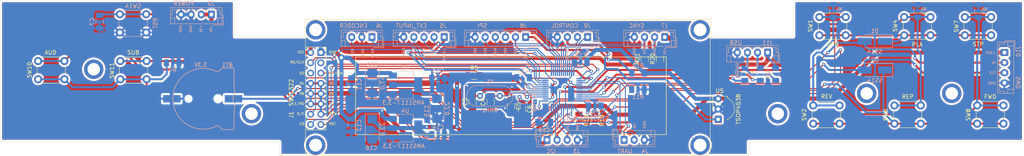
<source format=kicad_pcb>
(kicad_pcb (version 20221018) (generator pcbnew)
  (layers (0 "F.Cu" signal) (31 "B.Cu" signal) (34 "B.Paste" user) (35 "F.Paste" user) (36 "B.SilkS" user "B.Silkscreen") (37 "F.SilkS" user "F.Silkscreen") (38 "B.Mask" user) (39 "F.Mask" user) (44 "Edge.Cuts" user))
  (net 0 "")
  (net 1 "GNDD")
  (net 2 "+5V")
  (net 3 "Net-(J1-Pad3)")
  (net 4 "/DISP_CLK")
  (net 5 "/DISP_DIN")
  (net 6 "Net-(J1-Pad6)")
  (net 7 "/DISP_DC")
  (net 8 "/DISP_RST")
  (net 9 "/DISP_CS")
  (net 10 "/VBAT")
  (net 11 "/OSC_OUT")
  (net 12 "/OSC_IN")
  (net 13 "/OSC32_OUT")
  (net 14 "/OSC32_IN")
  (net 15 "/NRST")
  (net 16 "+3.3VA")
  (net 17 "+3V3")
  (net 18 "/S1")
  (net 19 "/KS1")
  (net 20 "/S2")
  (net 21 "/KS2")
  (net 22 "/SCL")
  (net 23 "/SDA")
  (net 24 "/RX")
  (net 25 "/TX")
  (net 26 "/AD3")
  (net 27 "/AD1")
  (net 28 "/AD2")
  (net 29 "/SYNC_SCK")
  (net 30 "/SYNC_DATA")
  (net 31 "/SPI_SCK")
  (net 32 "/SPI_MISO")
  (net 33 "/SPI_MOSI")
  (net 34 "/SPI_NSS")
  (net 35 "/BOOT1")
  (net 36 "/REMOTE")
  (net 37 "/STBY")
  (net 38 "/MUTE")
  (net 39 "/K1")
  (net 40 "/K2")
  (net 41 "/K3")
  (net 42 "/K4")
  (net 43 "/USB_DP")
  (net 44 "/USB_DM")
  (net 45 "/BOOT0")
  (net 46 "/S3")
  (net 47 "/ROTA")
  (net 48 "/ROTB")
  (net 49 "/DP")
  (net 50 "/DM")
  (footprint "Button_Switch_THT:SW_PUSH_6mm" (layer "F.Cu") (at 220.726 117.221)
    (fp_text reference "SW2")
    (fp_text value "REV")
  )
  (footprint "Button_Switch_THT:SW_PUSH_6mm" (layer "F.Cu") (at 240.792 117.221)
    (fp_text reference "SW5")
    (fp_text value "REP")
  )
  (footprint "Button_Switch_THT:SW_PUSH_6mm" (layer "F.Cu") (at 261.239 117.221)
    (fp_text reference "SW8")
    (fp_text value "FWD")
  )
  (footprint "OptoDevice:Vishay_MOLD-3Pin" (layer "F.Cu") (at 197.231 120.65 90)
    (fp_text reference "U5")
    (fp_text value "TSOP4538")
  )
  (footprint "Button_Switch_THT:SW_PUSH_6mm" (layer "F.Cu") (at 56.007 110.744 180)
    (fp_text reference "SW11")
    (fp_text value "SUB")
  )
  (footprint "Button_Switch_THT:SW_PUSH_6mm" (layer "F.Cu") (at 258.191 95.377)
    (fp_text reference "SW7")
    (fp_text value "STP")
  )
  (footprint "Button_Switch_THT:SW_PUSH_6mm" (layer "F.Cu") (at 243.205 95.377)
    (fp_text reference "SW4")
    (fp_text value "PLA")
  )
  (footprint "Button_Switch_THT:SW_PUSH_6mm" (layer "F.Cu") (at 222.25 95.377)
    (fp_text reference "SW1")
    (fp_text value "OPN")
  )
  (footprint "Button_Switch_THT:SW_PUSH_6mm" (layer "F.Cu") (at 35.687 110.744 180)
    (fp_text reference "SW10")
    (fp_text value "AUD")
  )
  (footprint "h-ms1110:SSD1322_3.12" (layer "F.Cu") (at 147.37 112.03 180)
    (fp_text reference "J1")
    (fp_text value "SSD1322")
  )
  (footprint "Capacitor_SMD:C_1206_3216Metric_Pad1.33x1.80mm_HandSolder" (layer "F.Cu") (at 136.519 116.366 90)
    (fp_text reference "C3")
    (fp_text value "20p")
  )
  (footprint "Capacitor_SMD:C_1206_3216Metric_Pad1.33x1.80mm_HandSolder" (layer "F.Cu") (at 141.019 116.378 90)
    (fp_text reference "C4")
    (fp_text value "20p")
  )
  (footprint "Capacitor_SMD:C_1206_3216Metric_Pad1.33x1.80mm_HandSolder" (layer "F.Cu") (at 146.019 117.378 -90)
    (fp_text reference "C5")
    (fp_text value "6p2")
  )
  (footprint "Capacitor_SMD:C_1206_3216Metric_Pad1.33x1.80mm_HandSolder" (layer "F.Cu") (at 148.769 118.104 -90)
    (fp_text reference "C6")
    (fp_text value "6p2")
  )
  (footprint "Resistor_SMD:R_1206_3216Metric_Pad1.30x1.75mm_HandSolder" (layer "F.Cu") (at 136.942 109.855)
    (fp_text reference "R5")
    (fp_text value "22k")
  )
  (footprint "Resistor_SMD:R_1206_3216Metric_Pad1.30x1.75mm_HandSolder" (layer "F.Cu") (at 162.814 120.9405 -90)
    (fp_text reference "R18")
    (fp_text value "10k")
  )
  (footprint "Resistor_SMD:R_1206_3216Metric_Pad1.30x1.75mm_HandSolder" (layer "F.Cu") (at 166.751 120.94 -90)
    (fp_text reference "R19")
    (fp_text value "10k")
  )
  (footprint "Resistor_SMD:R_1206_3216Metric_Pad1.30x1.75mm_HandSolder" (layer "F.Cu") (at 182.88 105.69 90)
    (fp_text reference "R20")
    (fp_text value "10k")
  )
  (footprint "Resistor_SMD:R_1206_3216Metric_Pad1.30x1.75mm_HandSolder" (layer "F.Cu") (at 179.07 105.69 90)
    (fp_text reference "R21")
    (fp_text value "10k")
  )
  (footprint "h-ms1110:CR1220" (layer "B.Cu") (at 69.977 115.57)
    (fp_text reference "BT1")
    (fp_text value "3.3V")
  )
  (footprint "Diode_SMD:D_SMA_Handsoldering" (layer "B.Cu") (at 235.926 101.346 180)
    (fp_text reference "D1")
    (fp_text value "SS14")
  )
  (footprint "Diode_SMD:D_SMA_Handsoldering" (layer "B.Cu") (at 235.966 108.458 180)
    (fp_text reference "D2")
    (fp_text value "SS14")
  )
  (footprint "Button_Switch_THT:SW_PUSH_6mm" (layer "B.Cu") (at 55.903 94.687 180)
    (fp_text reference "SW14")
    (fp_text value "RST")
  )
  (footprint "Connector_JST:JST_EH_B4B-EH-A_1x04_P2.50mm_Vertical" (layer "B.Cu") (at 72.009 94.742 180)
    (fp_text reference "J2")
    (fp_text value "POWER")
  )
  (footprint "Connector_JST:JST_EH_B4B-EH-A_1x04_P2.50mm_Vertical" (layer "B.Cu") (at 154.94 125.73)
    (fp_text reference "J3")
    (fp_text value "I2C")
  )
  (footprint "Connector_JST:JST_EH_B3B-EH-A_1x03_P2.50mm_Vertical" (layer "B.Cu") (at 173.99 125.73)
    (fp_text reference "J4")
    (fp_text value "UART")
  )
  (footprint "Connector_JST:JST_EH_B5B-EH-A_1x05_P2.50mm_Vertical" (layer "B.Cu") (at 129.54 100.33 180)
    (fp_text reference "J5")
    (fp_text value "EXT_INPUT")
  )
  (footprint "Connector_JST:JST_EH_B3B-EH-A_1x03_P2.50mm_Vertical" (layer "B.Cu") (at 111.68 100.33 180)
    (fp_text reference "J6")
    (fp_text value "ENCODER")
  )
  (footprint "Connector_JST:JST_EH_B4B-EH-A_1x04_P2.50mm_Vertical" (layer "B.Cu") (at 184.03 100.33 180)
    (fp_text reference "J7")
    (fp_text value "SYNC")
  )
  (footprint "Connector_JST:JST_EH_B4B-EH-A_1x04_P2.50mm_Vertical" (layer "B.Cu") (at 164.98 100.33 180)
    (fp_text reference "J9")
    (fp_text value "CONTROL")
  )
  (footprint "Connector_JST:JST_EH_B4B-EH-A_1x04_P2.50mm_Vertical" (layer "B.Cu") (at 267.97 104.14 -90)
    (fp_text reference "J10")
    (fp_text value "SWD")
  )
  (footprint "Connector_JST:JST_EH_B4B-EH-A_1x04_P2.50mm_Vertical" (layer "B.Cu") (at 209.47 104.14 180)
    (fp_text reference "J11")
    (fp_text value "USB")
  )
  (footprint "Crystal:Crystal_HC49-4H_Vertical" (layer "B.Cu") (at 143.269 114.866 180)
    (fp_text reference "Y1")
    (fp_text value "8MHz")
  )
  (footprint "Package_QFP:LQFP-48_7x7mm_P0.5mm" (layer "B.Cu") (at 158.769 113.366)
    (fp_text reference "U1")
    (fp_text value "STM32F103CBTx")
  )
  (footprint "Crystal:Crystal_C38-LF_D3.0mm_L8.0mm_Vertical" (layer "B.Cu") (at 150.019 115.116 180)
    (fp_text reference "Y2")
    (fp_text value "32768")
  )
  (footprint "Capacitor_Tantalum_SMD:CP_EIA-6032-28_Kemet-C" (layer "B.Cu") (at 111.76 111.682 -90)
    (fp_text reference "C10")
    (fp_text value "47.0")
  )
  (footprint "Package_TO_SOT_SMD:SOT-223-3_TabPin2" (layer "B.Cu") (at 119.99 122.809)
    (fp_text reference "U4")
    (fp_text value "AMS1117-3.3")
  )
  (footprint "Capacitor_Tantalum_SMD:CP_EIA-6032-28_Kemet-C" (layer "B.Cu") (at 111.76 123.112 -90)
    (fp_text reference "C16")
    (fp_text value "22.0")
  )
  (footprint "Capacitor_Tantalum_SMD:CP_EIA-6032-28_Kemet-C" (layer "B.Cu") (at 127.762 118.032 -90)
    (fp_text reference "C15")
    (fp_text value "22.0")
  )
  (footprint "Package_TO_SOT_SMD:SOT-223-3_TabPin2" (layer "B.Cu") (at 119.99 112.141)
    (fp_text reference "U3")
    (fp_text value "AMS1117-3.3")
  )
  (footprint "Connector_JST:JST_EH_B6B-EH-A_1x06_P2.50mm_Vertical" (layer "B.Cu") (at 149.66 100.33 180)
    (fp_text reference "J8")
    (fp_text value "SPI")
  )
  (footprint "Capacitor_SMD:C_1206_3216Metric_Pad1.33x1.80mm_HandSolder" (layer "B.Cu") (at 44.3865 96.52 -90)
    (fp_text reference "C7")
    (fp_text value "100n")
  )
  (footprint "Capacitor_SMD:C_1206_3216Metric_Pad1.33x1.80mm_HandSolder" (layer "B.Cu") (at 106.68 111.978 90)
    (fp_text reference "C11")
    (fp_text value "0.1")
  )
  (footprint "Capacitor_SMD:C_1206_3216Metric_Pad1.33x1.80mm_HandSolder" (layer "B.Cu") (at 106.68 122.138 90)
    (fp_text reference "C12")
    (fp_text value "0.1")
  )
  (footprint "Capacitor_SMD:C_1206_3216Metric_Pad1.33x1.80mm_HandSolder" (layer "B.Cu") (at 128.052 110.49 180)
    (fp_text reference "C13")
    (fp_text value "0.1")
  )
  (footprint "Capacitor_SMD:C_1206_3216Metric_Pad1.33x1.80mm_HandSolder" (layer "B.Cu") (at 128.052 124.46 180)
    (fp_text reference "C14")
    (fp_text value "0.1")
  )
  (footprint "Capacitor_SMD:C_1206_3216Metric_Pad1.33x1.80mm_HandSolder" (layer "B.Cu") (at 149.031 110.366 180)
    (fp_text reference "C17")
    (fp_text value "0.1")
  )
  (footprint "Capacitor_SMD:C_1206_3216Metric_Pad1.33x1.80mm_HandSolder" (layer "B.Cu") (at 163.257 106.616 180)
    (fp_text reference "C18")
    (fp_text value "0.1")
  )
  (footprint "Capacitor_SMD:C_1206_3216Metric_Pad1.33x1.80mm_HandSolder" (layer "B.Cu") (at 154.258 121.412)
    (fp_text reference "C19")
    (fp_text value "0.1")
  )
  (footprint "Capacitor_SMD:C_1206_3216Metric_Pad1.33x1.80mm_HandSolder" (layer "B.Cu") (at 166.757 117.366)
    (fp_text reference "C20")
    (fp_text value "0.1")
  )
  (footprint "Resistor_SMD:R_1206_3216Metric_Pad1.30x1.75mm_HandSolder" (layer "B.Cu") (at 225.679 93.853 90)
    (fp_text reference "R1")
    (fp_text value "33k")
  )
  (footprint "Resistor_SMD:R_1206_3216Metric_Pad1.30x1.75mm_HandSolder" (layer "B.Cu") (at 246.507 93.853 90)
    (fp_text reference "R2")
    (fp_text value "33k")
  )
  (footprint "Resistor_SMD:R_1206_3216Metric_Pad1.30x1.75mm_HandSolder" (layer "B.Cu") (at 261.493 93.8895 90)
    (fp_text reference "R3")
    (fp_text value "33k")
  )
  (footprint "Resistor_SMD:R_1206_3216Metric_Pad1.30x1.75mm_HandSolder" (layer "B.Cu") (at 62.4475 106.68)
    (fp_text reference "R4")
    (fp_text value "33k")
  )
  (footprint "Resistor_SMD:R_1206_3216Metric_Pad1.30x1.75mm_HandSolder" (layer "B.Cu") (at 203.835 109.5 -90)
    (fp_text reference "R6")
    (fp_text value "22")
  )
  (footprint "Resistor_SMD:R_1206_3216Metric_Pad1.30x1.75mm_HandSolder" (layer "B.Cu") (at 207.645 109.5 -90)
    (fp_text reference "R7")
    (fp_text value "22")
  )
  (footprint "Resistor_SMD:R_1206_3216Metric_Pad1.30x1.75mm_HandSolder" (layer "B.Cu") (at 211.455 109.5 -90)
    (fp_text reference "R8")
    (fp_text value "10k")
  )
  (footprint "Resistor_SMD:R_1206_3216Metric_Pad1.30x1.75mm_HandSolder" (layer "B.Cu") (at 177.4555 109.22 180)
    (fp_text reference "R10")
    (fp_text value "100k")
  )
  (footprint "Resistor_SMD:R_1206_3216Metric_Pad1.30x1.75mm_HandSolder" (layer "B.Cu") (at 177.419 113.284)
    (fp_text reference "R11")
    (fp_text value "100k")
  )
  (gr_line (start 215.799 100.204) (end 215.799 91.204) (stroke (width 0.05)) (layer "Edge.Cuts"))
  (gr_line (start 272.799 126.204) (end 272.799 91.204) (stroke (width 0.05)) (layer "Edge.Cuts"))
  (gr_line (start 19.799 91.204) (end 19.799 126.204) (stroke (width 0.05)) (layer "Edge.Cuts"))
  (gr_line (start 95.123 100.203) (end 95.123 95.885) (stroke (width 0.05)) (layer "Edge.Cuts"))
  (gr_line (start 95.123 95.885) (end 195.453 95.885) (stroke (width 0.05)) (layer "Edge.Cuts"))
  (gr_line (start 195.453 95.885) (end 195.453 100.203) (stroke (width 0.05)) (layer "Edge.Cuts"))
  (gr_line (start 77.799 100.204) (end 95.123 100.204) (stroke (width 0.05)) (layer "Edge.Cuts"))
  (gr_line (start 77.799 91.204) (end 77.799 100.204) (stroke (width 0.05)) (layer "Edge.Cuts"))
  (gr_line (start 19.799 91.204) (end 77.799 91.204) (stroke (width 0.05)) (layer "Edge.Cuts"))
  (gr_line (start 88.799 126.204) (end 19.799 126.204) (stroke (width 0.05)) (layer "Edge.Cuts"))
  (gr_line (start 88.799 129.667) (end 88.799 126.204) (stroke (width 0.05)) (layer "Edge.Cuts"))
  (gr_line (start 204.799 129.667) (end 88.799 129.667) (stroke (width 0.05)) (layer "Edge.Cuts"))
  (gr_line (start 204.799 126.204) (end 204.799 129.667) (stroke (width 0.05)) (layer "Edge.Cuts"))
  (gr_line (start 272.799 126.204) (end 204.799 126.204) (stroke (width 0.05)) (layer "Edge.Cuts"))
  (gr_line (start 215.799 91.204) (end 272.799 91.204) (stroke (width 0.05)) (layer "Edge.Cuts"))
  (gr_line (start 195.453 100.203) (end 215.799 100.204) (stroke (width 0.05)) (layer "Edge.Cuts"))
  (gr_text "+3V3" (at 265.8745 104.2035) (layer "B.SilkS") (effects (font (size 0.6 0.6) (thickness 0.1)) (justify left mirror)))
  (gr_text "IO" (at 265.8745 106.68) (layer "B.SilkS") (effects (font (size 0.6 0.6) (thickness 0.1)) (justify left mirror)))
  (gr_text "CLK" (at 265.8745 109.093) (layer "B.SilkS") (effects (font (size 0.6 0.6) (thickness 0.1)) (justify left mirror)))
  (gr_text "GND" (at 265.8745 111.6965) (layer "B.SilkS") (effects (font (size 0.6 0.6) (thickness 0.1)) (justify left mirror)))
  (gr_text "+5V" (at 209.4226 106.6252 90) (layer "B.SilkS") (effects (font (size 0.6 0.6) (thickness 0.1)) (justify left mirror)))
  (gr_text "DM" (at 206.9226 106.6252 90) (layer "B.SilkS") (effects (font (size 0.6 0.6) (thickness 0.1)) (justify left mirror)))
  (gr_text "DP" (at 204.4226 106.6252 90) (layer "B.SilkS") (effects (font (size 0.6 0.6) (thickness 0.1)) (justify left mirror)))
  (gr_text "GND" (at 201.9226 106.6252 90) (layer "B.SilkS") (effects (font (size 0.6 0.6) (thickness 0.1)) (justify left mirror)))
  (gr_text "MUTE" (at 164.973 103.08 90) (layer "B.SilkS") (effects (font (size 0.6 0.6) (thickness 0.1)) (justify left mirror)))
  (gr_text "STBY" (at 162.473 102.83 90) (layer "B.SilkS") (effects (font (size 0.6 0.6) (thickness 0.1)) (justify left mirror)))
  (gr_text "REMOTE" (at 159.973 102.83 90) (layer "B.SilkS") (effects (font (size 0.6 0.6) (thickness 0.1)) (justify left mirror)))
  (gr_text "GND" (at 157.473 102.83 90) (layer "B.SilkS") (effects (font (size 0.6 0.6) (thickness 0.1)) (justify left mirror)))
  (gr_text "BOOT1" (at 149.6695 102.8935 90) (layer "B.SilkS") (effects (font (size 0.6 0.6) (thickness 0.1)) (justify left mirror)))
  (gr_text "NSS" (at 147.1695 102.8935 90) (layer "B.SilkS") (effects (font (size 0.6 0.6) (thickness 0.1)) (justify left mirror)))
  (gr_text "MOSI" (at 144.6695 102.8935 90) (layer "B.SilkS") (effects (font (size 0.6 0.6) (thickness 0.1)) (justify left mirror)))
  (gr_text "MISO" (at 142.1695 102.8935 90) (layer "B.SilkS") (effects (font (size 0.6 0.6) (thickness 0.1)) (justify left mirror)))
  (gr_text "SCK" (at 139.6695 102.8935 90) (layer "B.SilkS") (effects (font (size 0.6 0.6) (thickness 0.1)) (justify left mirror)))
  (gr_text "GND" (at 137.1695 102.8935 90) (layer "B.SilkS") (effects (font (size 0.6 0.6) (thickness 0.1)) (justify left mirror)))
  (gr_text "+3.3VA" (at 129.54 102.957 90) (layer "B.SilkS") (effects (font (size 0.6 0.6) (thickness 0.1)) (justify left mirror)))
  (gr_text "AD2" (at 127.04 102.957 90) (layer "B.SilkS") (effects (font (size 0.6 0.6) (thickness 0.1)) (justify left mirror)))
  (gr_text "AD1" (at 124.54 102.957 90) (layer "B.SilkS") (effects (font (size 0.6 0.6) (thickness 0.1)) (justify left mirror)))
  (gr_text "AD3" (at 122.04 102.957 90) (layer "B.SilkS") (effects (font (size 0.6 0.6) (thickness 0.1)) (justify left mirror)))
  (gr_text "GND" (at 119.54 102.957 90) (layer "B.SilkS") (effects (font (size 0.6 0.6) (thickness 0.1)) (justify left mirror)))
  (gr_text "TX" (at 174.0061 122.9417 270) (layer "B.SilkS") (effects (font (size 0.6 0.6) (thickness 0.1)) (justify left mirror)))
  (gr_text "RX" (at 176.5061 122.9417 270) (layer "B.SilkS") (effects (font (size 0.6 0.6) (thickness 0.1)) (justify left mirror)))
  (gr_text "GND" (at 179.0061 122.9417 270) (layer "B.SilkS") (effects (font (size 0.6 0.6) (thickness 0.1)) (justify left mirror)))
  (gr_text "+5V" (at 154.9548 123.3608 270) (layer "B.SilkS") (effects (font (size 0.6 0.6) (thickness 0.1)) (justify left mirror)))
  (gr_text "SDA" (at 157.4548 123.3608 270) (layer "B.SilkS") (effects (font (size 0.6 0.6) (thickness 0.1)) (justify left mirror)))
  (gr_text "SCL" (at 159.9548 123.3608 270) (layer "B.SilkS") (effects (font (size 0.6 0.6) (thickness 0.1)) (justify left mirror)))
  (gr_text "GND" (at 162.4548 123.3608 270) (layer "B.SilkS") (effects (font (size 0.6 0.6) (thickness 0.1)) (justify left mirror)))
  (gr_text "+5V" (at 71.8857 97.3161 90) (layer "B.SilkS") (effects (font (size 0.6 0.6) (thickness 0.1)) (justify left mirror)))
  (gr_text "+5V" (at 69.3857 97.3161 90) (layer "B.SilkS") (effects (font (size 0.6 0.6) (thickness 0.1)) (justify left mirror)))
  (gr_text "GND" (at 66.8857 97.3161 90) (layer "B.SilkS") (effects (font (size 0.6 0.6) (thickness 0.1)) (justify left mirror)))
  (gr_text "GND" (at 64.3857 97.3161 90) (layer "B.SilkS") (effects (font (size 0.6 0.6) (thickness 0.1)) (justify left mirror)))
  (gr_text "ROTB" (at 111.9035 103.084 90) (layer "B.SilkS") (effects (font (size 0.6 0.6) (thickness 0.1)) (justify left mirror)))
  (gr_text "GND" (at 109.4035 103.084 90) (layer "B.SilkS") (effects (font (size 0.6 0.6) (thickness 0.1)) (justify left mirror)))
  (gr_text "ROTA" (at 106.9035 103.084 90) (layer "B.SilkS") (effects (font (size 0.6 0.6) (thickness 0.1)) (justify left mirror)))
  (gr_text "+5V" (at 184.0226 102.8152 90) (layer "B.SilkS") (effects (font (size 0.6 0.6) (thickness 0.1)) (justify left mirror)))
  (gr_text "DATA" (at 181.5226 102.8152 90) (layer "B.SilkS") (effects (font (size 0.6 0.6) (thickness 0.1)) (justify left mirror)))
  (gr_text "GND" (at 176.5226 102.8152 90) (layer "B.SilkS") (effects (font (size 0.6 0.6) (thickness 0.1)) (justify left mirror)))
  (gr_text "SCK" (at 179.0226 102.8152 90) (layer "B.SilkS") (effects (font (size 0.6 0.6) (thickness 0.1)) (justify left mirror)))
  (gr_text "RST" (at 101.0186 121.7698) (layer "F.SilkS") (effects (font (size 0.6 0.6) (thickness 0.1)) (justify left)))
  (gr_text "R/W" (at 101.0186 119.2698) (layer "F.SilkS") (effects (font (size 0.6 0.6) (thickness 0.1)) (justify left)))
  (gr_text "CS" (at 95.0186 121.7698) (layer "F.SilkS") (effects (font (size 0.6 0.6) (thickness 0.1)) (justify right)))
  (gr_text "D/C" (at 95.0186 119.2698) (layer "F.SilkS") (effects (font (size 0.6 0.6) (thickness 0.1)) (justify right)))
  (gr_text "E/RD" (at 95.0186 116.7698) (layer "F.SilkS") (effects (font (size 0.6 0.6) (thickness 0.1)) (justify right)))
  (gr_text "D7" (at 101.0186 116.7698) (layer "F.SilkS") (effects (font (size 0.6 0.6) (thickness 0.1)) (justify left)))
  (gr_text "D5" (at 101.0186 114.2698) (layer "F.SilkS") (effects (font (size 0.6 0.6) (thickness 0.1)) (justify left)))
  (gr_text "D3" (at 101.0186 111.7698) (layer "F.SilkS") (effects (font (size 0.6 0.6) (thickness 0.1)) (justify left)))
  (gr_text "D6" (at 95.0186 114.2698) (layer "F.SilkS") (effects (font (size 0.6 0.6) (thickness 0.1)) (justify right)))
  (gr_text "D4" (at 95.0186 111.7698) (layer "F.SilkS") (effects (font (size 0.6 0.6) (thickness 0.1)) (justify right)))
  (gr_text "D2" (at 95.0186 109.2698) (layer "F.SilkS") (effects (font (size 0.6 0.6) (thickness 0.1)) (justify right)))
  (gr_text "D1/DIN" (at 101.0186 109.2698) (layer "F.SilkS") (effects (font (size 0.6 0.6) (thickness 0.1)) (justify left)))
  (gr_text "D0/CLK" (at 95.0186 106.5198) (layer "F.SilkS") (effects (font (size 0.6 0.6) (thickness 0.1)) (justify right)))
  (gr_text "VCC" (at 95.0186 104.0198) (layer "F.SilkS") (effects (font (size 0.6 0.6) (thickness 0.1)) (justify right)))
  (gr_text "GND" (at 101.0186 104.0198) (layer "F.SilkS") (effects (font (size 0.6 0.6) (thickness 0.1)) (justify left)))
  (via (at 42.9282 108.2734) (size 4.8) (drill 3.1) (layers "F.Cu" "B.Cu") (net 0))
  (via (at 81.915 119.253) (size 4.8) (drill 3.1) (layers "F.Cu" "B.Cu") (net 0))
  (via (at 211.963 119.253) (size 4.8) (drill 3.1) (layers "F.Cu" "B.Cu") (net 0))
  (via (at 233.934 114.2365) (size 4.8) (drill 3.1) (layers "F.Cu" "B.Cu") (net 0))
  (via (at 254.9525 114.2365) (size 4.8) (drill 3.1) (layers "F.Cu" "B.Cu") (net 0))
  (segment (start 269.875 125.095) (end 271.145 123.825) (width 1) (layer "F.Cu") (net 1))
  (segment (start 150.99 114.866) (end 150.99 119.087) (width 0.25) (layer "F.Cu") (net 1))
  (segment (start 269.945 111.64) (end 267.97 111.64) (width 1) (layer "F.Cu") (net 1))
  (segment (start 141.007 117.854) (end 135.257 117.854) (width 0.25) (layer "F.Cu") (net 1))
  (segment (start 144.769 118.866) (end 143.769 117.866) (width 0.25) (layer "F.Cu") (net 1))
  (segment (start 218.44 93.98) (end 219.71 92.71) (width 1) (layer "F.Cu") (net 1))
  (segment (start 147.99 111.866) (end 150.99 114.866) (width 0.25) (layer "F.Cu") (net 1))
  (segment (start 143.769 117.866) (end 141.019 117.866) (width 0.25) (layer "F.Cu") (net 1))
  (segment (start 196.85 125.095) (end 269.875 125.095) (width 1) (layer "F.Cu") (net 1))
  (segment (start 188.595 125.095) (end 190.5 123.19) (width 1) (layer "F.Cu") (net 1))
  (segment (start 134.769 112.616) (end 135.519 111.866) (width 0.25) (layer "F.Cu") (net 1))
  (segment (start 217.17 102.235) (end 218.44 100.965) (width 1) (layer "F.Cu") (net 1))
  (segment (start 188.595 127) (end 188.595 125.095) (width 1) (layer "F.Cu") (net 1))
  (segment (start 162.44 128.15) (end 162.56 128.27) (width 1) (layer "F.Cu") (net 1))
  (segment (start 141.019 117.866) (end 141.007 117.854) (width 0.25) (layer "F.Cu") (net 1))
  (segment (start 135.519 111.866) (end 147.99 111.866) (width 0.25) (layer "F.Cu") (net 1))
  (segment (start 162.44 125.73) (end 162.44 128.15) (width 1) (layer "F.Cu") (net 1))
  (segment (start 96.52 111.76) (end 99.06 111.76) (width 0.5) (layer "F.Cu") (net 1))
  (segment (start 219.71 92.71) (end 269.875 92.71) (width 1) (layer "F.Cu") (net 1))
  (segment (start 271.145 112.84) (end 269.945 111.64) (width 1) (layer "F.Cu") (net 1))
  (segment (start 150.486 119.591) (end 147.794 119.591) (width 0.25) (layer "F.Cu") (net 1))
  (segment (start 96.52 116.84) (end 99.06 116.84) (width 0.5) (layer "F.Cu") (net 1))
  (segment (start 150.99 119.087) (end 150.486 119.591) (width 0.25) (layer "F.Cu") (net 1))
  (segment (start 134.769 117.366) (end 134.769 112.616) (width 0.25) (layer "F.Cu") (net 1))
  (segment (start 96.52 114.3) (end 99.06 114.3) (width 0.5) (layer "F.Cu") (net 1))
  (segment (start 135.257 117.854) (end 134.769 117.366) (width 0.25) (layer "F.Cu") (net 1))
  (segment (start 190.5 123.19) (end 194.945 123.19) (width 1) (layer "F.Cu") (net 1))
  (segment (start 109.18 100.33) (end 109.18 97.195) (width 1) (layer "F.Cu") (net 1))
  (segment (start 190.5 102.235) (end 217.17 102.235) (width 1) (layer "F.Cu") (net 1))
  (segment (start 194.945 123.19) (end 196.85 125.095) (width 1) (layer "F.Cu") (net 1))
  (segment (start 185.46 97.195) (end 190.5 102.235) (width 1) (layer "F.Cu") (net 1))
  (segment (start 162.56 128.27) (end 187.325 128.27) (width 1) (layer "F.Cu") (net 1))
  (segment (start 218.44 100.965) (end 218.44 93.98) (width 1) (layer "F.Cu") (net 1))
  (segment (start 147.794 119.591) (end 147.069 118.866) (width 0.25) (layer "F.Cu") (net 1))
  (segment (start 147.069 118.866) (end 144.769 118.866) (width 0.25) (layer "F.Cu") (net 1))
  (segment (start 271.145 123.825) (end 271.145 112.84) (width 1) (layer "F.Cu") (net 1))
  (segment (start 187.325 128.27) (end 188.595 127) (width 1) (layer "F.Cu") (net 1))
  (segment (start 109.18 97.195) (end 185.46 97.195) (width 1) (layer "F.Cu") (net 1))
  (via (at 146.269 112.616) (size 0.8) (drill 0.4) (layers "F.Cu" "B.Cu") (net 1))
  (via (at 144.519 117.866) (size 0.8) (drill 0.4) (layers "F.Cu" "B.Cu") (net 1))
  (via (at 135.269 112.366) (size 0.8) (drill 0.4) (layers "F.Cu" "B.Cu") (net 1))
  (segment (start 135.258 117.858) (end 143.758 117.858) (width 0.25) (layer "B.Cu") (net 1))
  (segment (start 176.53 97.2058) (end 176.53 100.33) (width 1) (layer "B.Cu") (net 1))
  (segment (start 129.54 124.319) (end 129.5395 124.3195) (width 0.25) (layer "B.Cu") (net 1))
  (segment (start 156.519 116.616) (end 157.320002 115.814998) (width 0.25) (layer "B.Cu") (net 1))
  (segment (start 99.06 114.3) (end 99.06 111.76) (width 0.5) (layer "B.Cu") (net 1))
  (segment (start 129.54 110.49) (end 129.5395 110.49) (width 0.25) (layer "B.Cu") (net 1))
  (segment (start 107.0195 113.805) (end 106.68 113.466) (width 1) (layer "B.Cu") (net 1))
  (segment (start 179.07 128.27) (end 187.325 128.27) (width 1) (layer "B.Cu") (net 1))
  (segment (start 147.5435 110.366) (end 146.831 110.366) (width 1) (layer "B.Cu") (net 1))
  (segment (start 55.903 99.187) (end 49.403 99.187) (width 0.5) (layer "B.Cu") (net 1))
  (segment (start 106.6795 123.626) (end 65.2055 123.626) (width 1) (layer "B.Cu") (net 1))
  (segment (start 135.519 111.866) (end 134.769 112.616) (width 0.25) (layer "B.Cu") (net 1))
  (segment (start 128.905 127) (end 129.54 126.366) (width 1) (layer "B.Cu") (net 1))
  (segment (start 128.6505 121.383) (end 127.762 120.4945) (width 0.25) (layer "B.Cu") (net 1))
  (segment (start 45.566 99.187) (end 44.3865 98.0075) (width 0.5) (layer "B.Cu") (net 1))
  (segment (start 218.567 101.219) (end 218.567 93.98) (width 1) (layer "B.Cu") (net 1))
  (segment (start 271.145 111.125) (end 271.145 111.64) (width 1) (layer "B.Cu") (net 1))
  (segment (start 161.7695 106.616) (end 161.77 106.616) (width 0.25) (layer "B.Cu") (net 1))
  (segment (start 116.84 125.109) (end 112.226 125.109) (width 1) (layer "B.Cu") (net 1))
  (segment (start 179.07 128.27) (end 178.99 128.19) (width 1) (layer "B.Cu") (net 1))
  (segment (start 261.493 92.402) (end 246.544 92.402) (width 1) (layer "B.Cu") (net 1))
  (segment (start 137.16 97.155) (end 157.455 97.155) (width 1) (layer "B.Cu") (net 1))
  (segment (start 118.124 117.475) (end 116.84 116.191) (width 1) (layer "B.Cu") (net 1))
  (segment (start 161.786998 115.616) (end 161.417 115.246002) (width 0.25) (layer "B.Cu") (net 1))
  (segment (start 187.325 128.27) (end 188.595 127) (width 1) (layer "B.Cu") (net 1))
  (segment (start 178.943 125.683) (end 178.99 125.73) (width 1) (layer "B.Cu") (net 1))
  (segment (start 271.145 111.64) (end 271.145 111.125) (width 1) (layer "B.Cu") (net 1))
  (segment (start 93.98 111.76) (end 93.345 111.125) (width 1) (layer "B.Cu") (net 1))
  (segment (start 176.53 97.2058) (end 188.011 97.2058) (width 1) (layer "B.Cu") (net 1))
  (segment (start 157.455 97.155) (end 176.581 97.155) (width 1) (layer "B.Cu") (net 1))
  (segment (start 146.828 110.363) (end 132.003 110.363) (width 1) (layer "B.Cu") (net 1))
  (segment (start 119.54 98.355) (end 119.558 98.3372) (width 1) (layer "B.Cu") (net 1))
  (segment (start 96.52 114.3) (end 96.52 111.76) (width 0.5) (layer "B.Cu") (net 1))
  (segment (start 116.84 125.109) (end 118.84 125.109) (width 1) (layer "B.Cu") (net 1))
  (segment (start 137.16 97.155) (end 137.16 100.33) (width 1) (layer "B.Cu") (net 1))
  (segment (start 199.774 124.711) (end 199.39 125.095) (width 1) (layer "B.Cu") (net 1))
  (segment (start 218.567 93.98) (end 220.182 92.3655) (width 1) (layer "B.Cu") (net 1))
  (segment (start 202.184 102.235) (end 217.551 102.235) (width 1) (layer "B.Cu") (net 1))
  (segment (start 93.345 111.125) (end 93.345 102.235) (width 1) (layer "B.Cu") (net 1))
  (segment (start 199.39 125.095) (end 269.875 125.095) (width 1) (layer "B.Cu") (net 1))
  (segment (start 131.064 111.302) (end 131.064 117.602) (width 1) (layer "B.Cu") (net 1))
  (segment (start 143.758 117.858) (end 145.77 119.87) (width 0.25) (layer "B.Cu") (net 1))
  (segment (start 147.544 110.366) (end 147.5435 110.366) (width 1) (layer "B.Cu") (net 1))
  (segment (start 63.935 103.705) (end 63.935 104.575) (width 1) (layer "B.Cu") (net 1))
  (segment (start 155.78 116.37) (end 156.27 116.37) (width 0.25) (layer "B.Cu") (net 1))
  (segment (start 63.935 110.69) (end 63.935 106.68) (width 1) (layer "B.Cu") (net 1))
  (segment (start 162.44 128.27) (end 161.925 128.27) (width 1) (layer "B.Cu") (net 1))
  (segment (start 109.093 97.155) (end 119.558 97.155) (width 1) (layer "B.Cu") (net 1))
  (segment (start 150.785 111.866) (end 135.519 111.866) (width 0.25) (layer "B.Cu") (net 1))
  (segment (start 62.23 115.57) (end 62.23 112.395) (width 1) (layer "B.Cu") (net 1))
  (segment (start 162.44 128.27) (end 179.07 128.27) (width 1) (layer "B.Cu") (net 1))
  (segment (start 116.84 114.441) (end 112.056 114.441) (width 1) (layer "B.Cu") (net 1))
  (segment (start 129.54 126.366) (end 129.54 124.319) (width 1) (layer "B.Cu") (net 1))
  (segment (start 190.5 123.19) (end 194.945 123.19) (width 1) (layer "B.Cu") (net 1))
  (segment (start 161.417 115.246002) (end 161.417 113.341002) (width 0.25) (layer "B.Cu") (net 1))
  (segment (start 220.182 92.3655) (end 225.679 92.3655) (width 1) (layer "B.Cu") (net 1))
  (segment (start 62.23 120.65) (end 62.23 115.57) (width 1) (layer "B.Cu") (net 1))
  (segment (start 201.97 102.449) (end 202.184 102.235) (width 1) (layer "B.Cu") (net 1))
  (segment (start 197.231 118.11) (end 198.504 118.11) (width 1) (layer "B.Cu") (net 1))
  (segment (start 159.639 111.386702) (end 160.99401 110.031692) (width 0.25) (layer "B.Cu") (net 1))
  (segment (start 67.009 94.742) (end 67.009 100.664) (width 1) (layer "B.Cu") (net 1))
  (segment (start 155.02 117.13) (end 155.78 116.37) (width 0.25) (layer "B.Cu") (net 1))
  (segment (start 156.519 119.325) (end 155.746 120.098) (width 0.25) (layer "B.Cu") (net 1))
  (segment (start 157.48 97.1804) (end 157.48 100.33) (width 1) (layer "B.Cu") (net 1))
  (segment (start 156.519 117.5285) (end 156.519 119.325) (width 0.25) (layer "B.Cu") (net 1))
  (segment (start 116.84 116.191) (end 116.84 114.441) (width 1) (layer "B.Cu") (net 1))
  (segment (start 246.507 92.3655) (end 225.679 92.3655) (width 1) (layer "B.Cu") (net 1))
  (segment (start 55.903 99.187) (end 59.417 99.187) (width 0.5) (layer "B.Cu") (net 1))
  (segment (start 59.417 99.187) (end 63.935 103.705) (width 0.5) (layer "B.Cu") (net 1))
  (segment (start 161.77 106.836) (end 161.77 106.616) (width 0.25) (layer "B.Cu") (net 1))
  (segment (start 131.064 117.602) (end 128.172 120.494) (width 1) (layer "B.Cu") (net 1))
  (segment (start 107.0195 113.805) (end 106.68 113.4655) (width 0.25) (layer "B.Cu") (net 1))
  (segment (start 111.908 114.2925) (end 111.76 114.144) (width 1) (layer "B.Cu") (net 1))
  (segment (start 160.99401 109.941) (end 161.019 109.941) (width 0.25) (layer "B.Cu") (net 1))
  (segment (start 99.06 116.84) (end 99.06 114.3) (width 0.5) (layer "B.Cu") (net 1))
  (segment (start 188.595 127) (end 188.595 125.095) (width 1) (layer "B.Cu") (net 1))
  (segment (start 64.509 94.742) (end 67.009 94.742) (width 1) (layer "B.Cu") (net 1))
  (segment (start 156.519 117.5285) (end 156.519 116.616) (width 0.25) (layer "B.Cu") (net 1))
  (segment (start 166.494 115.616) (end 162.9315 115.616) (width 0.25) (layer "B.Cu") (net 1))
  (segment (start 159.639 111.506) (end 159.639 111.386702) (width 0.25) (layer "B.Cu") (net 1))
  (segment (start 168.244 117.366) (end 166.494 115.616) (width 0.25) (layer "B.Cu") (net 1))
  (segment (start 155.444 112.616) (end 154.607 112.616) (width 0.25) (layer "B.Cu") (net 1))
  (segment (start 130.252 110.49) (end 131.064 111.302) (width 1) (layer "B.Cu") (net 1))
  (segment (start 109.18 97.242) (end 109.093 97.155) (width 1) (layer "B.Cu") (net 1))
  (segment (start 154.607 112.616) (end 154.6065 112.616) (width 0.25) (layer "B.Cu") (net 1))
  (segment (start 66.976 100.664) (end 63.935 103.705) (width 1) (layer "B.Cu") (net 1))
  (segment (start 127.762 120.494) (end 127.762 120.269) (width 1) (layer "B.Cu") (net 1))
  (segment (start 63.935 104.575) (end 63.935 106.68) (width 0.5) (layer "B.Cu") (net 1))
  (segment (start 151.765 128.27) (end 130.175 128.27) (width 1) (layer "B.Cu") (net 1))
  (segment (start 199.774 119.38) (end 199.774 124.711) (width 1) (layer "B.Cu") (net 1))
  (segment (start 106.6795 123.626) (end 106.68 123.6255) (width 0.25) (layer "B.Cu") (net 1))
  (segment (start 65.2055 123.626) (end 62.23 120.65) (width 1) (layer "B.Cu") (net 1))
  (segment (start 130.175 128.27) (end 128.905 127) (width 1) (layer "B.Cu") (net 1))
  (segment (start 119.558 97.155) (end 137.16 97.155) (width 1) (layer "B.Cu") (net 1))
  (segment (start 112.056 114.441) (end 111.908 114.2925) (width 1) (layer "B.Cu") (net 1))
  (segment (start 178.99 128.19) (end 178.99 125.73) (width 1) (layer "B.Cu") (net 1))
  (segment (start 155.7455 120.7975) (end 155.7455 121.412) (width 0.25) (layer "B.Cu") (net 1))
  (segment (start 155.985 113.157) (end 155.444 112.616) (width 0.25) (layer "B.Cu") (net 1))
  (segment (start 161.019 107.586) (end 161.77 106.836) (width 0.25) (layer "B.Cu") (net 1))
  (segment (start 107.359 114.144) (end 107.0195 113.805) (width 1) (layer "B.Cu") (net 1))
  (segment (start 132.003 110.363) (end 131.064 111.302) (width 1) (layer "B.Cu") (net 1))
  (segment (start 162.44 125.73) (end 162.44 128.27) (width 1) (layer "B.Cu") (net 1))
  (segment (start 124.968 117.475) (end 118.124 117.475) (width 1) (layer "B.Cu") (net 1))
  (segment (start 188.011 97.2058) (end 188.011 99.3648) (width 1) (layer "B.Cu") (net 1))
  (segment (start 151.535 112.616) (end 150.785 111.866) (width 0.25) (layer "B.Cu") (net 1))
  (segment (start 93.345 102.235) (end 99.06 102.235) (width 1) (layer "B.Cu") (net 1))
  (segment (start 111.908 114.2925) (end 111.76 114.1445) (width 0.25) (layer "B.Cu") (net 1))
  (segment (start 63.935 104.575) (end 63.935 106.68) (width 1) (layer "B.Cu") (net 1))
  (segment (start 112.226 125.109) (end 111.993 125.3415) (width 1) (layer "B.Cu") (net 1))
  (segment (start 157.320002 113.156992) (end 158.970994 111.506) (width 0.25) (layer "B.Cu") (net 1))
  (segment (start 134.769 112.616) (end 134.769 117.366) (width 0.25) (layer "B.Cu") (net 1))
  (segment (start 146.831 110.366) (end 146.828 110.363) (width 1) (layer "B.Cu") (net 1))
  (segment (start 96.52 116.84) (end 96.52 114.3) (width 0.5) (layer "B.Cu") (net 1))
  (segment (start 194.945 123.19) (end 196.85 125.095) (width 1) (layer "B.Cu") (net 1))
  (segment (start 178.943 113.284) (end 178.943 125.683) (width 1) (layer "B.Cu") (net 1))
  (segment (start 129.54 110.49) (end 130.252 110.49) (width 1) (layer "B.Cu") (net 1))
  (segment (start 128.172 120.494) (end 127.762 120.494) (width 1) (layer "B.Cu") (net 1))
  (segment (start 104.14 97.155) (end 109.093 97.155) (width 1) (layer "B.Cu") (net 1))
  (segment (start 127.762 120.269) (end 124.968 117.475) (width 1) (layer "B.Cu") (net 1))
  (segment (start 134.77 117.37) (end 135.258 117.858) (width 0.25) (layer "B.Cu") (net 1))
  (segment (start 188.011 99.3648) (end 190.881 102.235) (width 1) (layer "B.Cu") (net 1))
  (segment (start 68.58 102.235) (end 93.345 102.235) (width 1) (layer "B.Cu") (net 1))
  (segment (start 271.145 93.345) (end 271.145 111.125) (width 1) (layer "B.Cu") (net 1))
  (segment (start 145.77 119.87) (end 154.02 119.87) (width 0.25) (layer "B.Cu") (net 1))
  (segment (start 67.009 100.664) (end 68.58 102.235) (width 1) (layer "B.Cu") (net 1))
  (segment (start 119.558 98.3372) (end 119.558 97.155) (width 1) (layer "B.Cu") (net 1))
  (segment (start 129.5395 124.3195) (end 129.5395 124.46) (width 0.25) (layer "B.Cu") (net 1))
  (segment (start 111.993 125.3415) (end 111.76 125.5745) (width 0.25) (layer "B.Cu") (net 1))
  (segment (start 109.18 100.33) (end 109.18 97.242) (width 1) (layer "B.Cu") (net 1))
  (segment (start 217.551 102.235) (end 218.567 101.219) (width 1) (layer "B.Cu") (net 1))
  (segment (start 67.009 100.664) (end 66.976 100.664) (width 1) (layer "B.Cu") (net 1))
  (segment (start 155.746 121.496) (end 155.746 121.61) (width 0.25) (layer "B.Cu") (net 1))
  (segment (start 62.23 112.395) (end 63.935 110.69) (width 1) (layer "B.Cu") (net 1))
  (segment (start 154.02 119.87) (end 155.02 118.87) (width 0.25) (layer "B.Cu") (net 1))
  (segment (start 161.019 109.941) (end 161.019 109.2035) (width 0.25) (layer "B.Cu") (net 1))
  (segment (start 155.746 120.098) (end 155.746 120.797) (width 0.25) (layer "B.Cu") (net 1))
  (segment (start 157.455 97.155) (end 157.48 97.1804) (width 1) (layer "B.Cu") (net 1))
  (segment (start 155.746 120.797) (end 155.7455 120.7975) (width 0.25) (layer "B.Cu") (net 1))
  (segment (start 155.746 120.797) (end 155.746 121.496) (width 0.25) (layer "B.Cu") (net 1))
  (segment (start 201.97 104.14) (end 201.97 102.449) (width 1) (layer "B.Cu") (net 1))
  (segment (start 271.145 111.64) (end 267.97 111.64) (width 1) (layer "B.Cu") (net 1))
  (segment (start 120.731 127) (end 128.905 127) (width 1) (layer "B.Cu") (net 1))
  (segment (start 129.54 122.272) (end 128.651 121.383) (width 1) (layer "B.Cu") (net 1))
  (segment (start 269.875 125.095) (end 271.145 123.825) (width 1) (layer "B.Cu") (net 1))
  (segment (start 147.672 110.366) (end 147.544 110.366) (width 0.25) (layer "B.Cu") (net 1))
  (segment (start 155.746 121.496) (end 155.746 121.795071) (width 1) (layer "B.Cu") (net 1))
  (segment (start 162.9315 115.616) (end 161.786998 115.616) (width 0.25) (layer "B.Cu") (net 1))
  (segment (start 246.544 92.402) (end 246.507 92.3655) (width 1) (layer "B.Cu") (net 1))
  (segment (start 168.2445 117.366) (end 168.244 117.366) (width 0.25) (layer "B.Cu") (net 1))
  (segment (start 99.06 119.38) (end 99.06 116.84) (width 0.5) (layer "B.Cu") (net 1))
  (segment (start 96.52 111.76) (end 93.98 111.76) (width 1) (layer "B.Cu") (net 1))
  (segment (start 154.6065 112.616) (end 154.606 112.616) (width 0.25) (layer "B.Cu") (net 1))
  (segment (start 261.493 92.402) (end 270.202 92.402) (width 1) (layer "B.Cu") (net 1))
  (segment (start 176.581 97.155) (end 176.53 97.2058) (width 1) (layer "B.Cu") (net 1))
  (segment (start 128.651 121.383) (end 127.762 120.494) (width 1) (layer "B.Cu") (net 1))
  (segment (start 118.84 125.109) (end 120.731 127) (width 1) (layer "B.Cu") (net 1))
  (segment (start 198.504 118.11) (end 199.774 119.38) (width 1) (layer "B.Cu") (net 1))
  (segment (start 270.202 92.402) (end 271.145 93.345) (width 1) (layer "B.Cu") (net 1))
  (segment (start 157.320002 115.814998) (end 157.320002 113.156992) (width 0.25) (layer "B.Cu") (net 1))
  (segment (start 99.06 102.235) (end 104.14 97.155) (width 1) (layer "B.Cu") (net 1))
  (segment (start 99.06 102.235) (end 99.06 104.14) (width 1) (layer "B.Cu") (net 1))
  (segment (start 157.226 113.157) (end 155.985 113.157) (width 0.25) (layer "B.Cu") (net 1))
  (segment (start 196.85 125.095) (end 199.39 125.095) (width 1) (layer "B.Cu") (net 1))
  (segment (start 111.993 125.3415) (end 111.76 125.574) (width 1) (layer "B.Cu") (net 1))
  (segment (start 151.765 125.776071) (end 151.765 128.27) (width 1) (layer "B.Cu") (net 1))
  (segment (start 161.417 113.341002) (end 159.639 111.563002) (width 0.25) (layer "B.Cu") (net 1))
  (segment (start 160.99401 110.031692) (end 160.99401 109.941) (width 0.25) (layer "B.Cu") (net 1))
  (segment (start 161.925 128.27) (end 162.44 128.27) (width 1) (layer "B.Cu") (net 1))
  (segment (start 159.639 111.563002) (end 159.639 111.506) (width 0.25) (layer "B.Cu") (net 1))
  (segment (start 271.145 123.825) (end 271.145 111.64) (width 1) (layer "B.Cu") (net 1))
  (segment (start 158.970994 111.506) (end 159.639 111.506) (width 0.25) (layer "B.Cu") (net 1))
  (segment (start 161.019 109.2035) (end 161.019 107.586) (width 0.25) (layer "B.Cu") (net 1))
  (segment (start 111.76 114.144) (end 107.359 114.144) (width 1) (layer "B.Cu") (net 1))
  (segment (start 49.403 99.187) (end 45.566 99.187) (width 0.5) (layer "B.Cu") (net 1))
  (segment (start 154.607 112.616) (end 154.6065 112.616) (width 0.25) (layer "B.Cu") (net 1))
  (segment (start 190.881 102.235) (end 202.184 102.235) (width 1) (layer "B.Cu") (net 1))
  (segment (start 188.595 125.095) (end 190.5 123.19) (width 1) (layer "B.Cu") (net 1))
  (segment (start 111.76 125.574) (end 109.811 123.626) (width 1) (layer "B.Cu") (net 1))
  (segment (start 161.925 128.27) (end 151.765 128.27) (width 1) (layer "B.Cu") (net 1))
  (segment (start 154.6065 112.616) (end 151.535 112.616) (width 0.25) (layer "B.Cu") (net 1))
  (segment (start 155.02 118.87) (end 155.02 117.13) (width 0.25) (layer "B.Cu") (net 1))
  (segment (start 119.54 100.33) (end 119.54 98.355) (width 1) (layer "B.Cu") (net 1))
  (segment (start 155.746 121.795071) (end 151.765 125.776071) (width 1) (layer "B.Cu") (net 1))
  (segment (start 109.811 123.626) (end 106.6795 123.626) (width 1) (layer "B.Cu") (net 1))
  (segment (start 129.54 124.319) (end 129.54 122.272) (width 1) (layer "B.Cu") (net 1))
  (segment (start 128.651 121.383) (end 128.6505 121.383) (width 0.25) (layer "B.Cu") (net 1))
  (segment (start 209.47 106.125) (end 208.48 107.116) (width 1) (layer "F.Cu") (net 2))
  (segment (start 72.009 98.044) (end 78.105 104.14) (width 1) (layer "F.Cu") (net 2))
  (segment (start 160.855 121.412) (end 158.877 121.412) (width 0.5) (layer "F.Cu") (net 2))
  (segment (start 186.89 107.116) (end 182.88 107.116) (width 1) (layer "F.Cu") (net 2))
  (segment (start 72.009 94.742) (end 72.009 98.044) (width 1) (layer "F.Cu") (net 2))
  (segment (start 179.046 107.0915) (end 179.07 107.1155) (width 0.25) (layer "F.Cu") (net 2))
  (segment (start 169.622998 107.116) (end 179.07 107.116) (width 1) (layer "F.Cu") (net 2))
  (segment (start 97.2229 102.235) (end 100.965 102.235) (width 1) (layer "F.Cu") (net 2))
  (segment (start 162.814 119.453) (end 160.855 121.412) (width 0.5) (layer "F.Cu") (net 2))
  (segment (start 208.48 107.116) (end 186.89 107.116) (width 1) (layer "F.Cu") (net 2))
  (segment (start 100.965 102.235) (end 104.14 105.41) (width 1) (layer "F.Cu") (net 2))
  (segment (start 104.14 105.41) (end 105.27137 105.41) (width 1) (layer "F.Cu") (net 2))
  (segment (start 105.355372 105.494002) (end 168.001 105.494002) (width 1) (layer "F.Cu") (net 2))
  (segment (start 105.27137 105.41) (end 105.355372 105.494002) (width 1) (layer "F.Cu") (net 2))
  (segment (start 122.306022 126.624022) (end 114.572999 118.890999) (width 1) (layer "F.Cu") (net 2))
  (segment (start 166.751 119.4525) (end 166.379 119.8245) (width 0.5) (layer "F.Cu") (net 2))
  (segment (start 154.045978 126.624022) (end 122.306022 126.624022) (width 1) (layer "F.Cu") (net 2))
  (segment (start 69.509 94.742) (end 72.009 94.742) (width 1) (layer "F.Cu") (net 2))
  (segment (start 182.88 107.116) (end 179.07 107.116) (width 1) (layer "F.Cu") (net 2))
  (segment (start 163.1855 119.8245) (end 162.814 119.453) (width 0.5) (layer "F.Cu") (net 2))
  (segment (start 96.52 104.14) (end 96.52 102.938) (width 1) (layer "F.Cu") (net 2))
  (segment (start 179.0455 107.0915) (end 179.046 107.0915) (width 0.25) (layer "F.Cu") (net 2))
  (segment (start 158.877 121.412) (end 154.94 125.349) (width 0.5) (layer "F.Cu") (net 2))
  (segment (start 186.89 107.116) (end 186.89 102.34) (width 1) (layer "F.Cu") (net 2))
  (segment (start 162.4325 119.453) (end 162.433 119.4525) (width 0.25) (layer "F.Cu") (net 2))
  (segment (start 184.88 100.33) (end 184.03 100.33) (width 1) (layer "F.Cu") (net 2))
  (segment (start 166.379 119.8245) (end 163.1855 119.8245) (width 0.5) (layer "F.Cu") (net 2))
  (segment (start 154.94 125.73) (end 154.045978 126.624022) (width 1) (layer "F.Cu") (net 2))
  (segment (start 179.0455 107.0915) (end 179.07 107.116) (width 0.25) (layer "F.Cu") (net 2))
  (segment (start 209.47 104.14) (end 209.47 106.125) (width 1) (layer "F.Cu") (net 2))
  (segment (start 179.021 107.067) (end 179.0455 107.0915) (width 0.25) (layer "F.Cu") (net 2))
  (segment (start 186.89 102.34) (end 184.88 100.33) (width 1) (layer "F.Cu") (net 2))
  (segment (start 78.105 104.14) (end 96.52 104.14) (width 1) (layer "F.Cu") (net 2))
  (segment (start 182.88 107.1155) (end 182.88 107.116) (width 0.25) (layer "F.Cu") (net 2))
  (segment (start 168.001 105.494002) (end 169.622998 107.116) (width 1) (layer "F.Cu") (net 2))
  (segment (start 114.572999 118.890999) (end 114.173 118.491) (width 1) (layer "F.Cu") (net 2))
  (segment (start 96.52 102.938) (end 97.2229 102.235) (width 1) (layer "F.Cu") (net 2))
  (segment (start 154.94 125.349) (end 154.94 125.73) (width 0.5) (layer "F.Cu") (net 2))
  (via (at 114.173 118.491) (size 0.8) (drill 0.4) (layers "F.Cu" "B.Cu") (net 2))
  (via (at 104.14 105.41) (size 1.6) (drill 0.8) (layers "F.Cu" "B.Cu") (net 2))
  (segment (start 116.84 120.509) (end 115.048 120.509) (width 1) (layer "B.Cu") (net 2))
  (segment (start 209.47 105.33) (end 211.455 107.315) (width 0.5) (layer "B.Cu") (net 2))
  (segment (start 105.805 120.65) (end 104.14 118.985) (width 1) (layer "B.Cu") (net 2))
  (segment (start 108.8395 118.491) (end 106.68 120.6505) (width 1) (layer "B.Cu") (net 2))
  (segment (start 107.3155 109.855) (end 106.68 110.4905) (width 0.25) (layer "B.Cu") (net 2))
  (segment (start 104.14 118.985) (end 104.14 109.093) (width 1) (layer "B.Cu") (net 2))
  (segment (start 211.455 107.315) (end 211.455 108.15) (width 0.5) (layer "B.Cu") (net 2))
  (segment (start 114.173 118.491) (end 108.8395 118.491) (width 1) (layer "B.Cu") (net 2))
  (segment (start 107.951 109.22) (end 107.951 107.316) (width 1) (layer "B.Cu") (net 2))
  (segment (start 209.47 104.14) (end 209.47 105.33) (width 0.5) (layer "B.Cu") (net 2))
  (segment (start 111.7605 109.22) (end 111.76 109.2195) (width 0.25) (layer "B.Cu") (net 2))
  (segment (start 107.3155 109.855) (end 106.68 110.49) (width 1) (layer "B.Cu") (net 2))
  (segment (start 107.951 109.22) (end 111.7605 109.22) (width 1) (layer "B.Cu") (net 2))
  (segment (start 211.455 108.15) (end 211.455 108.1505) (width 0.25) (layer "B.Cu") (net 2))
  (segment (start 104.14 109.093) (end 104.14 105.41) (width 1) (layer "B.Cu") (net 2))
  (segment (start 111.7605 109.22) (end 116.218 109.22) (width 1) (layer "B.Cu") (net 2))
  (segment (start 114.173 119.634) (end 114.173 118.491) (width 1) (layer "B.Cu") (net 2))
  (segment (start 107.951 109.22) (end 107.3155 109.855) (width 1) (layer "B.Cu") (net 2))
  (segment (start 115.048 120.509) (end 114.173 119.634) (width 1) (layer "B.Cu") (net 2))
  (segment (start 116.218 109.22) (end 116.84 109.841) (width 1) (layer "B.Cu") (net 2))
  (segment (start 106.68 120.65) (end 106.68 120.6505) (width 0.25) (layer "B.Cu") (net 2))
  (segment (start 106.045 105.41) (end 104.14 105.41) (width 1) (layer "B.Cu") (net 2))
  (segment (start 106.68 120.65) (end 105.805 120.65) (width 1) (layer "B.Cu") (net 2))
  (segment (start 107.951 107.316) (end 106.045 105.41) (width 1) (layer "B.Cu") (net 2))
  (segment (start 103.0938 107.0308) (end 166.2128 107.0308) (width 0.25) (layer "F.Cu") (net 4))
  (segment (start 96.52 106.68) (end 97.79 105.41) (width 0.25) (layer "F.Cu") (net 4))
  (segment (start 101.473 105.41) (end 103.0938 107.0308) (width 0.25) (layer "F.Cu") (net 4))
  (segment (start 167.113001 107.931001) (end 167.513 108.331) (width 0.25) (layer "F.Cu") (net 4))
  (segment (start 166.2128 107.0308) (end 167.113001 107.931001) (width 0.25) (layer "F.Cu") (net 4))
  (segment (start 97.79 105.41) (end 101.473 105.41) (width 0.25) (layer "F.Cu") (net 4))
  (via (at 167.513 108.331) (size 0.8) (drill 0.4) (layers "F.Cu" "B.Cu") (net 4))
  (segment (start 164.162998 111.116) (end 165.767999 109.510999) (width 0.25) (layer "B.Cu") (net 4))
  (segment (start 165.767999 109.510999) (end 166.333001 109.510999) (width 0.25) (layer "B.Cu") (net 4))
  (segment (start 167.113001 108.730999) (end 167.513 108.331) (width 0.25) (layer "B.Cu") (net 4))
  (segment (start 166.333001 109.510999) (end 167.113001 108.730999) (width 0.25) (layer "B.Cu") (net 4))
  (segment (start 162.9315 111.116) (end 164.162998 111.116) (width 0.25) (layer "B.Cu") (net 4))
  (segment (start 102.9607 108.1265) (end 147.988 108.1265) (width 0.25) (layer "F.Cu") (net 5))
  (segment (start 101.8672 109.22) (end 102.9607 108.1265) (width 0.25) (layer "F.Cu") (net 5))
  (segment (start 159.774258 110.49825) (end 160.782008 111.506) (width 0.25) (layer "F.Cu") (net 5))
  (segment (start 147.988 108.1265) (end 150.35975 110.49825) (width 0.25) (layer "F.Cu") (net 5))
  (segment (start 99.06 109.22) (end 101.8672 109.22) (width 0.25) (layer "F.Cu") (net 5))
  (segment (start 150.35975 110.49825) (end 159.774258 110.49825) (width 0.25) (layer "F.Cu") (net 5))
  (via (at 160.782008 111.506) (size 0.8) (drill 0.4) (layers "F.Cu" "B.Cu") (net 5))
  (segment (start 162.9315 112.116) (end 161.392008 112.116) (width 0.25) (layer "B.Cu") (net 5))
  (segment (start 161.392008 112.116) (end 160.782008 111.506) (width 0.25) (layer "B.Cu") (net 5))
  (segment (start 164.084008 110.490008) (end 162.2676 108.6736) (width 0.5) (layer "F.Cu") (net 7))
  (segment (start 162.2676 108.6736) (end 150.9747 108.6736) (width 0.5) (layer "F.Cu") (net 7))
  (segment (start 165.862 110.490008) (end 164.084008 110.490008) (width 0.5) (layer "F.Cu") (net 7))
  (via (at 165.862 110.490008) (size 0.8) (drill 0.4) (layers "F.Cu" "B.Cu") (net 7))
  (via (at 150.9747 108.6736) (size 0.8) (drill 0.4) (layers "F.Cu" "B.Cu") (net 7))
  (segment (start 102.140001 105.504999) (end 102.489 105.156) (width 0.25) (layer "B.Cu") (net 7))
  (segment (start 162.9315 111.616) (end 164.736008 111.616) (width 0.25) (layer "B.Cu") (net 7))
  (segment (start 149.6277 107.3266) (end 150.9747 108.6736) (width 0.25) (layer "B.Cu") (net 7))
  (segment (start 102.489 105.156) (end 104.3404 103.4093) (width 0.25) (layer "B.Cu") (net 7))
  (segment (start 104.3404 103.4093) (end 121.1893 103.4093) (width 0.25) (layer "B.Cu") (net 7))
  (segment (start 98.457001 105.504999) (end 102.140001 105.504999) (width 0.25) (layer "B.Cu") (net 7))
  (segment (start 97.6953 118.2047) (end 97.6953 106.2667) (width 0.25) (layer "B.Cu") (net 7))
  (segment (start 164.736008 111.616) (end 165.862 110.490008) (width 0.25) (layer "B.Cu") (net 7))
  (segment (start 125.1066 107.3266) (end 149.6277 107.3266) (width 0.25) (layer "B.Cu") (net 7))
  (segment (start 97.6953 106.2667) (end 98.457001 105.504999) (width 0.25) (layer "B.Cu") (net 7))
  (segment (start 121.1893 103.4093) (end 125.1066 107.3266) (width 0.25) (layer "B.Cu") (net 7))
  (segment (start 96.52 119.38) (end 97.6953 118.2047) (width 0.25) (layer "B.Cu") (net 7))
  (segment (start 104.580081 117.602) (end 100.262081 121.92) (width 0.25) (layer "F.Cu") (net 8))
  (segment (start 116.078 117.602) (end 104.580081 117.602) (width 0.25) (layer "F.Cu") (net 8))
  (segment (start 159.766 119.38) (end 154.71601 124.42999) (width 0.25) (layer "F.Cu") (net 8))
  (segment (start 154.08242 124.42999) (end 152.777389 125.735021) (width 0.25) (layer "F.Cu") (net 8))
  (segment (start 154.71601 124.42999) (end 154.08242 124.42999) (width 0.25) (layer "F.Cu") (net 8))
  (segment (start 152.777389 125.735021) (end 124.211021 125.735021) (width 0.25) (layer "F.Cu") (net 8))
  (segment (start 160.782 119.38) (end 159.766 119.38) (width 0.25) (layer "F.Cu") (net 8))
  (segment (start 100.262081 121.92) (end 99.06 121.92) (width 0.25) (layer "F.Cu") (net 8))
  (segment (start 124.211021 125.735021) (end 116.078 117.602) (width 0.25) (layer "F.Cu") (net 8))
  (via (at 160.782 119.38) (size 0.8) (drill 0.4) (layers "F.Cu" "B.Cu") (net 8))
  (segment (start 161.019 117.5285) (end 161.019 119.143) (width 0.25) (layer "B.Cu") (net 8))
  (segment (start 161.019 119.143) (end 160.782 119.38) (width 0.25) (layer "B.Cu") (net 8))
  (segment (start 101.999999 107.550001) (end 101.6 107.95) (width 0.25) (layer "F.Cu") (net 9))
  (segment (start 165.868437 108.785989) (end 164.632449 107.550001) (width 0.25) (layer "F.Cu") (net 9))
  (segment (start 164.632449 107.550001) (end 101.999999 107.550001) (width 0.25) (layer "F.Cu") (net 9))
  (via (at 165.868437 108.785989) (size 0.8) (drill 0.4) (layers "F.Cu" "B.Cu") (net 9))
  (via (at 101.6 107.95) (size 0.8) (drill 0.4) (layers "F.Cu" "B.Cu") (net 9))
  (segment (start 101.6 119.761) (end 101.6 108.515685) (width 0.25) (layer "B.Cu") (net 9))
  (segment (start 96.52 121.92) (end 97.6953 120.7447) (width 0.25) (layer "B.Cu") (net 9))
  (segment (start 97.6953 120.7447) (end 100.6163 120.7447) (width 0.25) (layer "B.Cu") (net 9))
  (segment (start 162.9315 110.616) (end 164.761511 108.785989) (width 0.25) (layer "B.Cu") (net 9))
  (segment (start 101.6 108.515685) (end 101.6 107.95) (width 0.25) (layer "B.Cu") (net 9))
  (segment (start 164.761511 108.785989) (end 165.868437 108.785989) (width 0.25) (layer "B.Cu") (net 9))
  (segment (start 100.6163 120.7447) (end 101.6 119.761) (width 0.25) (layer "B.Cu") (net 9))
  (segment (start 153.035 118.99759) (end 150.689601 121.342989) (width 0.25) (layer "F.Cu") (net 10))
  (segment (start 135.822399 121.342989) (end 127.50941 113.03) (width 0.25) (layer "F.Cu") (net 10))
  (segment (start 150.689601 121.342989) (end 135.822399 121.342989) (width 0.25) (layer "F.Cu") (net 10))
  (segment (start 93.910677 113.03) (end 93.344992 113.03) (width 0.25) (layer "F.Cu") (net 10))
  (segment (start 127.50941 113.03) (end 93.910677 113.03) (width 0.25) (layer "F.Cu") (net 10))
  (segment (start 153.035 117.475) (end 153.035 118.99759) (width 0.25) (layer "F.Cu") (net 10))
  (via (at 93.344992 113.03) (size 0.8) (drill 0.4) (layers "F.Cu" "B.Cu") (net 10))
  (via (at 153.035 117.475) (size 0.8) (drill 0.4) (layers "F.Cu" "B.Cu") (net 10))
  (segment (start 153.124 116.116) (end 153.035 116.205) (width 0.25) (layer "B.Cu") (net 10))
  (segment (start 77.47 115.57) (end 90.804992 115.57) (width 0.5) (layer "B.Cu") (net 10))
  (segment (start 154.606 116.116) (end 153.124 116.116) (width 0.25) (layer "B.Cu") (net 10))
  (segment (start 154.606 116.116) (end 154.6065 116.116) (width 0.25) (layer "B.Cu") (net 10))
  (segment (start 90.804992 115.57) (end 92.944993 113.429999) (width 0.5) (layer "B.Cu") (net 10))
  (segment (start 92.944993 113.429999) (end 93.344992 113.03) (width 0.5) (layer "B.Cu") (net 10))
  (segment (start 153.035 116.205) (end 153.035 117.475) (width 0.25) (layer "B.Cu") (net 10))
  (segment (start 138.389 114.866) (end 138.377 114.878) (width 0.25) (layer "F.Cu") (net 11))
  (segment (start 138.377 114.878) (end 136.5195 114.878) (width 0.25) (layer "F.Cu") (net 11))
  (segment (start 136.5195 114.878) (end 136.519 114.8785) (width 0.25) (layer "F.Cu") (net 11))
  (segment (start 136.5195 114.878) (end 136.519 114.878) (width 0.25) (layer "F.Cu") (net 11))
  (segment (start 154.6065 113.616) (end 139.639 113.616) (width 0.25) (layer "B.Cu") (net 11))
  (segment (start 139.639 113.616) (end 138.389 114.866) (width 0.25) (layer "B.Cu") (net 11))
  (segment (start 154.607 113.616) (end 154.6065 113.616) (width 0.25) (layer "B.Cu") (net 11))
  (segment (start 141.0195 114.891) (end 141.019 114.8905) (width 0.25) (layer "F.Cu") (net 12))
  (segment (start 141.0195 114.891) (end 141.02 114.891) (width 0.25) (layer "F.Cu") (net 12))
  (segment (start 141.02 114.891) (end 143.244 114.891) (width 0.25) (layer "F.Cu") (net 12))
  (segment (start 143.244 114.891) (end 143.269 114.866) (width 0.25) (layer "F.Cu") (net 12))
  (segment (start 141.02 114.891) (end 141.02 114.89) (width 0.25) (layer "F.Cu") (net 12))
  (segment (start 141.019 114.891) (end 141.0195 114.891) (width 0.25) (layer "F.Cu") (net 12))
  (segment (start 154.6065 114.116) (end 146.019 114.116) (width 0.25) (layer "B.Cu") (net 12))
  (segment (start 145.269 114.866) (end 143.269 114.866) (width 0.25) (layer "B.Cu") (net 12))
  (segment (start 146.019 114.116) (end 145.269 114.866) (width 0.25) (layer "B.Cu") (net 12))
  (segment (start 154.607 114.116) (end 154.6065 114.116) (width 0.25) (layer "B.Cu") (net 12))
  (segment (start 149.019 114.116) (end 146.519 114.116) (width 0.25) (layer "F.Cu") (net 13))
  (segment (start 146.019 114.616) (end 146.019 115.8905) (width 0.25) (layer "F.Cu") (net 13))
  (segment (start 150.019 115.116) (end 149.019 114.116) (width 0.25) (layer "F.Cu") (net 13))
  (segment (start 146.019 115.8905) (end 146.019 115.891) (width 0.25) (layer "F.Cu") (net 13))
  (segment (start 146.519 114.116) (end 146.019 114.616) (width 0.25) (layer "F.Cu") (net 13))
  (segment (start 154.607 114.616) (end 154.6065 114.616) (width 0.25) (layer "B.Cu") (net 13))
  (segment (start 150.519 114.616) (end 150.019 115.116) (width 0.25) (layer "B.Cu") (net 13))
  (segment (start 154.6065 114.616) (end 150.519 114.616) (width 0.25) (layer "B.Cu") (net 13))
  (segment (start 148.769 116.616) (end 148.769 116.6165) (width 0.25) (layer "F.Cu") (net 14))
  (segment (start 148.119 115.116) (end 148.119 115.966) (width 0.25) (layer "F.Cu") (net 14))
  (segment (start 148.119 115.966) (end 148.769 116.616) (width 0.25) (layer "F.Cu") (net 14))
  (segment (start 150.519 116.116) (end 151.519 115.116) (width 0.25) (layer "B.Cu") (net 14))
  (segment (start 149.119 116.116) (end 150.519 116.116) (width 0.25) (layer "B.Cu") (net 14))
  (segment (start 151.519 115.116) (end 154.6065 115.116) (width 0.25) (layer "B.Cu") (net 14))
  (segment (start 148.119 115.116) (end 149.119 116.116) (width 0.25) (layer "B.Cu") (net 14))
  (segment (start 154.6065 115.116) (end 154.607 115.116) (width 0.25) (layer "B.Cu") (net 14))
  (segment (start 137.3556 108.6536) (end 128.946 108.6536) (width 0.25) (layer "F.Cu") (net 15))
  (segment (start 147.50499 109.855) (end 149.841001 112.191011) (width 0.25) (layer "F.Cu") (net 15))
  (segment (start 149.841001 112.191011) (end 150.241 112.59101) (width 0.25) (layer "F.Cu") (net 15))
  (segment (start 138.8386 109.855) (end 138.557 109.855) (width 0.25) (layer "F.Cu") (net 15))
  (segment (start 138.8386 109.855) (end 138.4295 109.855) (width 0.25) (layer "F.Cu") (net 15))
  (segment (start 90.424 108.458) (end 72.263 108.458) (width 0.5) (layer "F.Cu") (net 15))
  (segment (start 128.946 108.6536) (end 127.1935 110.4061) (width 0.25) (layer "F.Cu") (net 15))
  (segment (start 92.3721 110.4061) (end 90.424 108.458) (width 0.5) (layer "F.Cu") (net 15))
  (segment (start 72.263 108.458) (end 58.492 94.687) (width 0.5) (layer "F.Cu") (net 15))
  (segment (start 58.492 94.687) (end 55.903 94.687) (width 0.5) (layer "F.Cu") (net 15))
  (segment (start 127.1935 110.4061) (end 92.3721 110.4061) (width 0.25) (layer "F.Cu") (net 15))
  (segment (start 138.8386 109.855) (end 147.50499 109.855) (width 0.25) (layer "F.Cu") (net 15))
  (segment (start 138.557 109.855) (end 137.3556 108.6536) (width 0.25) (layer "F.Cu") (net 15))
  (via (at 150.241 112.59101) (size 0.8) (drill 0.4) (layers "F.Cu" "B.Cu") (net 15))
  (segment (start 55.903 94.687) (end 49.403 94.687) (width 0.5) (layer "B.Cu") (net 15))
  (segment (start 154.607 113.116) (end 154.6065 113.116) (width 0.25) (layer "B.Cu") (net 15))
  (segment (start 150.76599 113.116) (end 150.241 112.59101) (width 0.25) (layer "B.Cu") (net 15))
  (segment (start 44.6955 94.687) (end 44.3865 94.996) (width 0.5) (layer "B.Cu") (net 15))
  (segment (start 49.403 94.687) (end 44.6955 94.687) (width 0.5) (layer "B.Cu") (net 15))
  (segment (start 154.6065 113.116) (end 150.76599 113.116) (width 0.25) (layer "B.Cu") (net 15))
  (segment (start 121.215685 104.14) (end 120.65 104.14) (width 0.5) (layer "F.Cu") (net 16))
  (segment (start 126.705 104.14) (end 121.215685 104.14) (width 0.5) (layer "F.Cu") (net 16))
  (segment (start 129.54 101.305) (end 126.705 104.14) (width 0.5) (layer "F.Cu") (net 16))
  (segment (start 129.54 100.33) (end 129.54 101.305) (width 0.5) (layer "F.Cu") (net 16))
  (via (at 120.65 104.14) (size 0.8) (drill 0.4) (layers "F.Cu" "B.Cu") (net 16))
  (segment (start 126.564 114.372) (end 126.492 114.3) (width 1) (layer "B.Cu") (net 16))
  (segment (start 126.5645 112.4305) (end 126.5645 110.49) (width 0.25) (layer "B.Cu") (net 16))
  (segment (start 150.498 110.366) (end 148.463 108.331) (width 0.5) (layer "B.Cu") (net 16))
  (segment (start 127.163 114.971) (end 127.1635 114.971) (width 0.25) (layer "B.Cu") (net 16))
  (segment (start 150.518 110.366) (end 150.498 110.366) (width 0.5) (layer "B.Cu") (net 16))
  (segment (start 126.492 114.3) (end 124.587 114.3) (width 1) (layer "B.Cu") (net 16))
  (segment (start 126.619 108.331) (end 126.564 108.386) (width 0.5) (layer "B.Cu") (net 16))
  (segment (start 126.564 112.431) (end 126.564 114.372) (width 1) (layer "B.Cu") (net 16))
  (segment (start 126.564 110.49) (end 126.564 112.431) (width 1) (layer "B.Cu") (net 16))
  (segment (start 154.606 112.116) (end 152.269 112.116) (width 0.25) (layer "B.Cu") (net 16))
  (segment (start 126.564 108.386) (end 126.564 110.49) (width 0.5) (layer "B.Cu") (net 16))
  (segment (start 126.564 108.386) (end 124.896 108.386) (width 0.5) (layer "B.Cu") (net 16))
  (segment (start 152.269 112.116) (end 150.519 110.366) (width 0.25) (layer "B.Cu") (net 16))
  (segment (start 150.519 110.366) (end 150.5185 110.366) (width 0.25) (layer "B.Cu") (net 16))
  (segment (start 154.606 112.116) (end 154.6065 112.116) (width 0.25) (layer "B.Cu") (net 16))
  (segment (start 148.463 108.331) (end 126.619 108.331) (width 0.5) (layer "B.Cu") (net 16))
  (segment (start 127.163 114.971) (end 127.762 115.57) (width 1) (layer "B.Cu") (net 16))
  (segment (start 126.564 112.431) (end 126.5645 112.4305) (width 0.25) (layer "B.Cu") (net 16))
  (segment (start 123.14 112.853) (end 123.14 112.141) (width 1) (layer "B.Cu") (net 16))
  (segment (start 121.049999 104.539999) (end 120.65 104.14) (width 0.5) (layer "B.Cu") (net 16))
  (segment (start 116.84 112.141) (end 123.14 112.141) (width 1) (layer "B.Cu") (net 16))
  (segment (start 150.5185 110.366) (end 150.518 110.366) (width 0.25) (layer "B.Cu") (net 16))
  (segment (start 124.587 114.3) (end 123.14 112.853) (width 1) (layer "B.Cu") (net 16))
  (segment (start 127.1635 114.971) (end 127.762 115.5695) (width 0.25) (layer "B.Cu") (net 16))
  (segment (start 124.896 108.386) (end 121.049999 104.539999) (width 0.5) (layer "B.Cu") (net 16))
  (segment (start 126.564 114.372) (end 127.163 114.971) (width 1) (layer "B.Cu") (net 16))
  (segment (start 135.455 109.855) (end 135.4545 109.855) (width 1) (layer "F.Cu") (net 17))
  (segment (start 151.638002 123.952) (end 153.651001 121.939001) (width 1) (layer "F.Cu") (net 17))
  (segment (start 267.97 104.14) (end 236.601 104.14) (width 1) (layer "F.Cu") (net 17))
  (segment (start 135.4545 109.855) (end 133.985 109.855) (width 1) (layer "F.Cu") (net 17))
  (segment (start 133.985 109.855) (end 132.715 111.125) (width 1) (layer "F.Cu") (net 17))
  (segment (start 154.450999 121.139003) (end 154.051 121.539002) (width 1) (layer "F.Cu") (net 17))
  (segment (start 169.291 117.348) (end 166.75101 117.348) (width 1) (layer "F.Cu") (net 17))
  (segment (start 132.715 111.125) (end 132.715 112.395) (width 1) (layer "F.Cu") (net 17))
  (segment (start 164.9095 118.9355) (end 164.9095 117.348) (width 0.5) (layer "F.Cu") (net 17))
  (segment (start 134.112 123.952) (end 151.638002 123.952) (width 1) (layer "F.Cu") (net 17))
  (segment (start 194.437 115.57) (end 190.5 119.507) (width 1) (layer "F.Cu") (net 17))
  (segment (start 132.715 122.555) (end 134.112 123.952) (width 1) (layer "F.Cu") (net 17))
  (segment (start 164.9095 117.348) (end 158.242012 117.34799) (width 1) (layer "F.Cu") (net 17))
  (segment (start 166.751 117.34799) (end 164.9095 117.348) (width 1) (layer "F.Cu") (net 17))
  (segment (start 236.601 104.14) (end 225.220001 115.520999) (width 1) (layer "F.Cu") (net 17))
  (segment (start 197.280001 115.520999) (end 197.231 115.57) (width 1) (layer "F.Cu") (net 17))
  (segment (start 225.220001 115.520999) (end 197.280001 115.520999) (width 1) (layer "F.Cu") (net 17))
  (segment (start 153.651001 121.939001) (end 154.051 121.539002) (width 1) (layer "F.Cu") (net 17))
  (segment (start 190.5 119.507) (end 171.45 119.507) (width 1) (layer "F.Cu") (net 17))
  (segment (start 125.222 122.555) (end 132.715 122.555) (width 1) (layer "F.Cu") (net 17))
  (segment (start 158.242012 117.34799) (end 154.450999 121.139003) (width 1) (layer "F.Cu") (net 17))
  (segment (start 171.45 119.507) (end 169.291 117.348) (width 1) (layer "F.Cu") (net 17))
  (segment (start 197.231 115.57) (end 194.437 115.57) (width 1) (layer "F.Cu") (net 17))
  (via (at 154.051 121.539002) (size 0.8) (drill 0.4) (layers "F.Cu" "B.Cu") (net 17))
  (via (at 164.9095 118.9355) (size 0.8) (drill 0.4) (layers "F.Cu" "B.Cu") (net 17))
  (via (at 132.715 112.395) (size 0.8) (drill 0.4) (layers "F.Cu" "B.Cu") (net 17))
  (via (at 132.715 122.555) (size 0.8) (drill 0.4) (layers "F.Cu" "B.Cu") (net 17))
  (via (at 125.222 122.555) (size 0.8) (drill 0.4) (layers "F.Cu" "B.Cu") (net 17))
  (segment (start 163.5874 107.8832) (end 164.7445 106.7261) (width 0.25) (layer "B.Cu") (net 17))
  (segment (start 113.92 122.809) (end 112.84 121.7295) (width 1) (layer "B.Cu") (net 17))
  (segment (start 165.2695 118.5755) (end 165.2695 117.366) (width 0.5) (layer "B.Cu") (net 17))
  (segment (start 161.7378 107.8832) (end 163.5874 107.8832) (width 0.25) (layer "B.Cu") (net 17))
  (segment (start 112.84 121.7295) (end 111.76 120.65) (width 1) (layer "B.Cu") (net 17))
  (segment (start 161.519 108.102) (end 161.7378 107.8832) (width 0.25) (layer "B.Cu") (net 17))
  (segment (start 165.1135 117.21) (end 165.2695 117.366) (width 0.25) (layer "B.Cu") (net 17))
  (segment (start 152.77 121.61) (end 152.840998 121.539002) (width 1) (layer "B.Cu") (net 17))
  (segment (start 191.643 115.57) (end 197.231 115.57) (width 1) (layer "B.Cu") (net 17))
  (segment (start 116.84 122.809) (end 113.92 122.809) (width 1) (layer "B.Cu") (net 17))
  (segment (start 185.293 109.22) (end 191.643 115.57) (width 1) (layer "B.Cu") (net 17))
  (segment (start 126.564 124.46) (end 124.791 124.46) (width 1) (layer "B.Cu") (net 17))
  (segment (start 123.394 122.555) (end 123.14 122.809) (width 1) (layer "B.Cu") (net 17))
  (segment (start 153.218 121.61) (end 152.77 121.61) (width 0.25) (layer "B.Cu") (net 17))
  (segment (start 165.113 117.21) (end 165.269 117.366) (width 0.25) (layer "B.Cu") (net 17))
  (segment (start 156.019 117.528) (end 156.019 117.5285) (width 0.25) (layer "B.Cu") (net 17))
  (segment (start 156.019 118.809) (end 153.218 121.61) (width 0.25) (layer "B.Cu") (net 17))
  (segment (start 125.222 122.555) (end 123.394 122.555) (width 1) (layer "B.Cu") (net 17))
  (segment (start 165.113 117.21) (end 165.1135 117.21) (width 0.25) (layer "B.Cu") (net 17))
  (segment (start 161.519 109.2035) (end 161.519 108.102) (width 0.25) (layer "B.Cu") (net 17))
  (segment (start 164.7445 106.616) (end 164.7445 105.741) (width 1) (layer "B.Cu") (net 17))
  (segment (start 178.943 109.22) (end 185.293 109.22) (width 1) (layer "B.Cu") (net 17))
  (segment (start 164.019 116.116) (end 164.644 116.741) (width 0.25) (layer "B.Cu") (net 17))
  (segment (start 164.9095 118.9355) (end 165.2695 118.5755) (width 0.5) (layer "B.Cu") (net 17))
  (segment (start 152.77 121.511) (end 152.77 121.61) (width 1) (layer "B.Cu") (net 17))
  (segment (start 173.228 103.505) (end 175.641 105.918) (width 1) (layer "B.Cu") (net 17))
  (segment (start 116.84 122.809) (end 123.14 122.809) (width 1) (layer "B.Cu") (net 17))
  (segment (start 126.564 124.46) (end 126.5645 124.46) (width 0.25) (layer "B.Cu") (net 17))
  (segment (start 163.3797 116.116) (end 164.019 116.116) (width 0.25) (layer "B.Cu") (net 17))
  (segment (start 164.7445 105.741) (end 166.9805 103.505) (width 1) (layer "B.Cu") (net 17))
  (segment (start 166.9805 103.505) (end 173.228 103.505) (width 1) (layer "B.Cu") (net 17))
  (segment (start 162.932 116.116) (end 162.9315 116.116) (width 0.25) (layer "B.Cu") (net 17))
  (segment (start 152.840998 121.539002) (end 153.485315 121.539002) (width 1) (layer "B.Cu") (net 17))
  (segment (start 153.485315 121.539002) (end 154.051 121.539002) (width 1) (layer "B.Cu") (net 17))
  (segment (start 164.644 116.741) (end 164.957 117.054) (width 0.25) (layer "B.Cu") (net 17))
  (segment (start 152.77 121.412) (end 152.77 121.511) (width 1) (layer "B.Cu") (net 17))
  (segment (start 164.7445 106.7261) (end 164.7445 106.616) (width 0.25) (layer "B.Cu") (net 17))
  (segment (start 164.644 116.741) (end 164.957 117.054) (width 0.25) (layer "B.Cu") (net 17))
  (segment (start 132.715 112.395) (end 132.715 122.555) (width 1) (layer "B.Cu") (net 17))
  (segment (start 162.932 116.116) (end 163.3797 116.116) (width 0.25) (layer "B.Cu") (net 17))
  (segment (start 112.84 121.7295) (end 111.76 120.6495) (width 0.25) (layer "B.Cu") (net 17))
  (segment (start 175.641 105.918) (end 178.943 109.22) (width 1) (layer "B.Cu") (net 17))
  (segment (start 152.77 121.511) (end 152.7705 121.5105) (width 0.25) (layer "B.Cu") (net 17))
  (segment (start 164.957 117.054) (end 165.113 117.21) (width 0.25) (layer "B.Cu") (net 17))
  (segment (start 124.791 124.46) (end 123.14 122.809) (width 1) (layer "B.Cu") (net 17))
  (segment (start 152.7705 121.5105) (end 152.7705 121.412) (width 0.25) (layer "B.Cu") (net 17))
  (segment (start 156.019 117.5285) (end 156.019 118.809) (width 0.25) (layer "B.Cu") (net 17))
  (segment (start 267.97 106.64) (end 246.975001 106.64) (width 0.5) (layer "F.Cu") (net 18))
  (segment (start 173.36623 111.76) (end 216.725498 111.76) (width 0.25) (layer "F.Cu") (net 18))
  (segment (start 223.945499 104.539999) (end 224.345498 104.14) (width 0.25) (layer "F.Cu") (net 18))
  (segment (start 171.327049 113.799181) (end 173.36623 111.76) (width 0.25) (layer "F.Cu") (net 18))
  (segment (start 246.975001 106.64) (end 245.872001 105.537) (width 0.5) (layer "F.Cu") (net 18))
  (segment (start 216.725498 111.76) (end 223.945499 104.539999) (width 0.25) (layer "F.Cu") (net 18))
  (via (at 245.872001 105.537) (size 0.8) (drill 0.4) (layers "F.Cu" "B.Cu") (net 18))
  (via (at 224.345498 104.14) (size 0.8) (drill 0.4) (layers "F.Cu" "B.Cu") (net 18))
  (via (at 171.327049 113.799181) (size 0.8) (drill 0.4) (layers "F.Cu" "B.Cu") (net 18))
  (segment (start 245.872001 104.521001) (end 245.872001 105.537) (width 0.5) (layer "B.Cu") (net 18))
  (segment (start 162.9315 115.116) (end 170.01023 115.116) (width 0.25) (layer "B.Cu") (net 18))
  (segment (start 233.426 102.362) (end 234.442 103.378) (width 0.5) (layer "B.Cu") (net 18))
  (segment (start 224.345498 104.14) (end 224.409 104.14) (width 0.5) (layer "B.Cu") (net 18))
  (segment (start 233.426 101.346) (end 233.426 102.362) (width 0.5) (layer "B.Cu") (net 18))
  (segment (start 224.409 104.14) (end 226.822 101.727) (width 0.5) (layer "B.Cu") (net 18))
  (segment (start 244.729 103.378) (end 245.872001 104.521001) (width 0.5) (layer "B.Cu") (net 18))
  (segment (start 170.01023 115.116) (end 170.92705 114.19918) (width 0.25) (layer "B.Cu") (net 18))
  (segment (start 234.442 103.378) (end 244.729 103.378) (width 0.5) (layer "B.Cu") (net 18))
  (segment (start 233.045 101.727) (end 233.426 101.346) (width 0.5) (layer "B.Cu") (net 18))
  (segment (start 226.822 101.727) (end 233.045 101.727) (width 0.5) (layer "B.Cu") (net 18))
  (segment (start 170.92705 114.19918) (end 171.327049 113.799181) (width 0.25) (layer "B.Cu") (net 18))
  (segment (start 179.705 116.078) (end 157.86241 116.078) (width 0.25) (layer "F.Cu") (net 19))
  (segment (start 67.5005 113.6015) (end 88.8365 113.6015) (width 0.5) (layer "F.Cu") (net 19))
  (segment (start 127.635 115.951) (end 103.125411 115.951) (width 0.25) (layer "F.Cu") (net 19))
  (segment (start 38.5445 103.4415) (end 49.911 103.4415) (width 0.5) (layer "F.Cu") (net 19))
  (segment (start 226.033499 111.024501) (end 223.577989 113.480011) (width 0.25) (layer "F.Cu") (net 19))
  (segment (start 93.504001 118.204999) (end 93.472 118.237) (width 0.25) (layer "F.Cu") (net 19))
  (segment (start 243.205 99.877) (end 236.855 99.949) (width 0.5) (layer "F.Cu") (net 19))
  (segment (start 103.125411 115.951) (end 100.871412 118.204999) (width 0.25) (layer "F.Cu") (net 19))
  (segment (start 182.302989 113.480011) (end 179.705 116.078) (width 0.25) (layer "F.Cu") (net 19))
  (segment (start 62.23 108.331) (end 67.5005 113.6015) (width 0.5) (layer "F.Cu") (net 19))
  (segment (start 223.577989 113.480011) (end 182.302989 113.480011) (width 0.25) (layer "F.Cu") (net 19))
  (segment (start 157.86241 116.078) (end 151.25841 122.682) (width 0.25) (layer "F.Cu") (net 19))
  (segment (start 264.691 99.877) (end 258.191 99.877) (width 0.5) (layer "F.Cu") (net 19))
  (segment (start 226.033499 99.895001) (end 226.033499 111.024501) (width 0.25) (layer "F.Cu") (net 19))
  (segment (start 228.75 99.877) (end 222.25 99.877) (width 0.5) (layer "F.Cu") (net 19))
  (segment (start 258.191 99.877) (end 249.705 99.877) (width 0.5) (layer "F.Cu") (net 19))
  (segment (start 49.911 103.4415) (end 54.8005 108.331) (width 0.5) (layer "F.Cu") (net 19))
  (segment (start 100.871412 118.204999) (end 93.504001 118.204999) (width 0.25) (layer "F.Cu") (net 19))
  (segment (start 35.687 106.244) (end 35.742 106.244) (width 0.5) (layer "F.Cu") (net 19))
  (segment (start 88.8365 113.6015) (end 93.472 118.237) (width 0.5) (layer "F.Cu") (net 19))
  (segment (start 134.366 122.682) (end 127.635 115.951) (width 0.25) (layer "F.Cu") (net 19))
  (segment (start 54.8005 108.331) (end 62.23 108.331) (width 0.5) (layer "F.Cu") (net 19))
  (segment (start 151.25841 122.682) (end 134.366 122.682) (width 0.25) (layer "F.Cu") (net 19))
  (segment (start 249.705 99.877) (end 243.205 99.877) (width 0.5) (layer "F.Cu") (net 19))
  (segment (start 236.855 99.949) (end 228.75 99.877) (width 0.5) (layer "F.Cu") (net 19))
  (segment (start 226.0515 99.877) (end 226.033499 99.895001) (width 0.25) (layer "F.Cu") (net 19))
  (segment (start 35.742 106.244) (end 38.5445 103.4415) (width 0.5) (layer "F.Cu") (net 19))
  (segment (start 241.681 101.346) (end 238.379 101.346) (width 0.5) (layer "B.Cu") (net 19))
  (segment (start 29.187 106.244) (end 35.687 106.244) (width 0.5) (layer "B.Cu") (net 19))
  (segment (start 243.15 99.877) (end 241.681 101.346) (width 0.5) (layer "B.Cu") (net 19))
  (segment (start 243.205 99.877) (end 243.15 99.877) (width 0.5) (layer "B.Cu") (net 19))
  (segment (start 267.97 109.14) (end 247.824 109.14) (width 0.5) (layer "F.Cu") (net 20))
  (segment (start 174.682991 112.210011) (end 218.116989 112.210011) (width 0.25) (layer "F.Cu") (net 20))
  (segment (start 218.116989 112.210011) (end 222.866001 107.460999) (width 0.25) (layer "F.Cu") (net 20))
  (segment (start 222.866001 107.460999) (end 223.266 107.061) (width 0.25) (layer "F.Cu") (net 20))
  (segment (start 172.212 114.681002) (end 174.682991 112.210011) (width 0.25) (layer "F.Cu") (net 20))
  (segment (start 247.824 109.14) (end 245.872 107.188) (width 0.5) (layer "F.Cu") (net 20))
  (via (at 223.266 107.061) (size 0.8) (drill 0.4) (layers "F.Cu" "B.Cu") (net 20))
  (via (at 245.872 107.188) (size 0.8) (drill 0.4) (layers "F.Cu" "B.Cu") (net 20))
  (via (at 172.212 114.681002) (size 0.8) (drill 0.4) (layers "F.Cu" "B.Cu") (net 20))
  (segment (start 167.888185 119.6975) (end 172.212 115.373685) (width 0.25) (layer "B.Cu") (net 20))
  (segment (start 223.266 107.061) (end 224.663 108.458) (width 0.5) (layer "B.Cu") (net 20))
  (segment (start 172.212 115.373685) (end 172.212 115.246687) (width 0.25) (layer "B.Cu") (net 20))
  (segment (start 233.426 106.426) (end 233.934 105.918) (width 0.5) (layer "B.Cu") (net 20))
  (segment (start 233.934 105.918) (end 244.602 105.918) (width 0.5) (layer "B.Cu") (net 20))
  (segment (start 224.663 108.458) (end 233.426 108.458) (width 0.5) (layer "B.Cu") (net 20))
  (segment (start 244.602 105.918) (end 245.872 107.188) (width 0.5) (layer "B.Cu") (net 20))
  (segment (start 161.519 117.5285) (end 163.688 119.6975) (width 0.25) (layer "B.Cu") (net 20))
  (segment (start 172.212 115.246687) (end 172.212 114.681002) (width 0.25) (layer "B.Cu") (net 20))
  (segment (start 163.688 119.6975) (end 167.888185 119.6975) (width 0.25) (layer "B.Cu") (net 20))
  (segment (start 233.426 108.458) (end 233.426 106.426) (width 0.5) (layer "B.Cu") (net 20))
  (segment (start 90.043 112.141) (end 93.345 115.443) (width 0.5) (layer "F.Cu") (net 21))
  (segment (start 134.747 122.174) (end 151.129999 122.174) (width 0.25) (layer "F.Cu") (net 21))
  (segment (start 157.67601 115.627989) (end 179.393011 115.627989) (width 0.25) (layer "F.Cu") (net 21))
  (segment (start 97.112528 115.446474) (end 98.468723 115.447725) (width 0.25) (layer "F.Cu") (net 21))
  (segment (start 227.226 121.721) (end 220.726 121.721) (width 0.5) (layer "F.Cu") (net 21))
  (segment (start 99.650188 115.448814) (end 128.048001 115.475001) (width 0.25) (layer "F.Cu") (net 21))
  (segment (start 98.495999 115.475001) (end 99.624001 115.475001) (width 0.25) (layer "F.Cu") (net 21))
  (segment (start 128.048001 115.475001) (end 134.747 122.174) (width 0.25) (layer "F.Cu") (net 21))
  (segment (start 261.239 121.721) (end 247.292 121.721) (width 0.5) (layer "F.Cu") (net 21))
  (segment (start 56.007 106.244) (end 67.255 106.244) (width 0.5) (layer "F.Cu") (net 21))
  (segment (start 222.504002 113.03) (end 223.120001 112.414001) (width 0.25) (layer "F.Cu") (net 21))
  (segment (start 73.152 112.141) (end 90.043 112.141) (width 0.5) (layer "F.Cu") (net 21))
  (segment (start 151.129999 122.174) (end 157.67601 115.627989) (width 0.25) (layer "F.Cu") (net 21))
  (segment (start 95.926379 115.445381) (end 95.955999 115.475001) (width 0.25) (layer "F.Cu") (net 21))
  (segment (start 223.120001 112.414001) (end 223.52 112.014002) (width 0.25) (layer "F.Cu") (net 21))
  (segment (start 179.393011 115.627989) (end 181.991 113.03) (width 0.25) (layer "F.Cu") (net 21))
  (segment (start 97.084001 115.475001) (end 97.112528 115.446474) (width 0.25) (layer "F.Cu") (net 21))
  (segment (start 98.468723 115.447725) (end 98.495999 115.475001) (width 0.25) (layer "F.Cu") (net 21))
  (segment (start 240.792 121.721) (end 227.226 121.721) (width 0.5) (layer "F.Cu") (net 21))
  (segment (start 93.345 115.443) (end 95.926379 115.445381) (width 0.25) (layer "F.Cu") (net 21))
  (segment (start 267.739 121.721) (end 261.239 121.721) (width 0.5) (layer "F.Cu") (net 21))
  (segment (start 99.624001 115.475001) (end 99.650188 115.448814) (width 0.25) (layer "F.Cu") (net 21))
  (segment (start 181.991 113.03) (end 222.504002 113.03) (width 0.25) (layer "F.Cu") (net 21))
  (segment (start 247.292 121.721) (end 240.792 121.721) (width 0.5) (layer "F.Cu") (net 21))
  (segment (start 67.255 106.244) (end 73.152 112.141) (width 0.5) (layer "F.Cu") (net 21))
  (segment (start 95.955999 115.475001) (end 97.084001 115.475001) (width 0.25) (layer "F.Cu") (net 21))
  (via (at 223.52 112.014002) (size 0.8) (drill 0.4) (layers "F.Cu" "B.Cu") (net 21))
  (segment (start 238.045 118.974) (end 240.792 121.721) (width 0.5) (layer "B.Cu") (net 21))
  (segment (start 49.507 106.244) (end 56.007 106.244) (width 0.5) (layer "B.Cu") (net 21))
  (segment (start 238.045 118.974) (end 233.782 118.974) (width 0.5) (layer "B.Cu") (net 21))
  (segment (start 238.506 108.458) (end 238.045 108.919) (width 0.5) (layer "B.Cu") (net 21))
  (segment (start 233.782 118.974) (end 226.822002 112.014002) (width 0.5) (layer "B.Cu") (net 21))
  (segment (start 226.822002 112.014002) (end 223.52 112.014002) (width 0.5) (layer "B.Cu") (net 21))
  (segment (start 238.045 108.919) (end 238.045 118.974) (width 0.5) (layer "B.Cu") (net 21))
  (segment (start 166.4975 122.4275) (end 164.973 123.952) (width 0.5) (layer "F.Cu") (net 22))
  (segment (start 160.243 123.952) (end 159.94 124.255) (width 0.5) (layer "F.Cu") (net 22))
  (segment (start 164.973 123.952) (end 160.243 123.952) (width 0.5) (layer "F.Cu") (net 22))
  (segment (start 159.94 124.255) (end 159.94 125.73) (width 0.5) (layer "F.Cu") (net 22))
  (segment (start 166.751 122.4275) (end 166.4975 122.4275) (width 0.5) (layer "F.Cu") (net 22))
  (segment (start 157.519 118.266) (end 157.516998 118.268002) (width 0.25) (layer "B.Cu") (net 22))
  (segment (start 157.516998 122.081998) (end 159.94 124.505) (width 0.25) (layer "B.Cu") (net 22))
  (segment (start 159.94 124.505) (end 159.94 125.73) (width 0.25) (layer "B.Cu") (net 22))
  (segment (start 157.519 117.5285) (end 157.519 118.266) (width 0.25) (layer "B.Cu") (net 22))
  (segment (start 157.519 117.528) (end 157.519 117.5285) (width 0.25) (layer "B.Cu") (net 22))
  (segment (start 157.516998 118.268002) (end 157.516998 122.081998) (width 0.25) (layer "B.Cu") (net 22))
  (segment (start 157.44 124.255) (end 157.44 125.73) (width 0.5) (layer "F.Cu") (net 23))
  (segment (start 162.814 122.428) (end 159.267 122.428) (width 0.5) (layer "F.Cu") (net 23))
  (segment (start 159.267 122.428) (end 157.44 124.255) (width 0.5) (layer "F.Cu") (net 23))
  (segment (start 157.019 117.528) (end 157.019 117.5285) (width 0.25) (layer "B.Cu") (net 23))
  (segment (start 157.019 117.5285) (end 157.019 125.309) (width 0.25) (layer "B.Cu") (net 23))
  (segment (start 157.019 125.309) (end 157.44 125.73) (width 0.25) (layer "B.Cu") (net 23))
  (segment (start 173.895999 123.915001) (end 175.900001 123.915001) (width 0.25) (layer "B.Cu") (net 24))
  (segment (start 172.974 112.395) (end 172.974 122.993002) (width 0.25) (layer "B.Cu") (net 24))
  (segment (start 172.339 111.76) (end 172.974 112.395) (width 0.25) (layer "B.Cu") (net 24))
  (segment (start 175.900001 123.915001) (end 176.49 124.505) (width 0.25) (layer "B.Cu") (net 24))
  (segment (start 167.064824 111.76) (end 172.339 111.76) (width 0.25) (layer "B.Cu") (net 24))
  (segment (start 162.9315 113.616) (end 165.208824 113.616) (width 0.25) (layer "B.Cu") (net 24))
  (segment (start 176.49 124.505) (end 176.49 125.73) (width 0.25) (layer "B.Cu") (net 24))
  (segment (start 165.208824 113.616) (end 167.064824 111.76) (width 0.25) (layer "B.Cu") (net 24))
  (segment (start 172.974 122.993002) (end 173.895999 123.915001) (width 0.25) (layer "B.Cu") (net 24))
  (segment (start 173.99 123.444002) (end 175.0695 122.364502) (width 0.25) (layer "F.Cu") (net 25))
  (segment (start 173.99 125.73) (end 173.99 123.444002) (width 0.25) (layer "F.Cu") (net 25))
  (via (at 175.0695 122.364502) (size 0.8) (drill 0.4) (layers "F.Cu" "B.Cu") (net 25))
  (segment (start 165.072412 113.116) (end 166.936412 111.252) (width 0.25) (layer "B.Cu") (net 25))
  (segment (start 166.936412 111.252) (end 172.72 111.252) (width 0.25) (layer "B.Cu") (net 25))
  (segment (start 162.9315 113.116) (end 165.072412 113.116) (width 0.25) (layer "B.Cu") (net 25))
  (segment (start 172.72 111.252) (end 174.3075 112.8395) (width 0.25) (layer "B.Cu") (net 25))
  (segment (start 174.3075 112.8395) (end 174.3075 121.602502) (width 0.25) (layer "B.Cu") (net 25))
  (segment (start 174.3075 121.602502) (end 175.0695 122.364502) (width 0.25) (layer "B.Cu") (net 25))
  (segment (start 122.04 101.555) (end 122.04 100.33) (width 0.25) (layer "B.Cu") (net 26))
  (segment (start 149.606 104.14) (end 124.625 104.14) (width 0.25) (layer "B.Cu") (net 26))
  (segment (start 124.625 104.14) (end 122.04 101.555) (width 0.25) (layer "B.Cu") (net 26))
  (segment (start 153.035 107.569) (end 149.606 104.14) (width 0.25) (layer "B.Cu") (net 26))
  (segment (start 153.035 110.236) (end 153.035 107.569) (width 0.25) (layer "B.Cu") (net 26))
  (segment (start 154.6065 110.616) (end 153.415 110.616) (width 0.25) (layer "B.Cu") (net 26))
  (segment (start 153.415 110.616) (end 153.035 110.236) (width 0.25) (layer "B.Cu") (net 26))
  (segment (start 156.0315 107.2635) (end 156.0315 109.1915) (width 0.25) (layer "B.Cu") (net 27))
  (segment (start 124.54 101.555) (end 126.615009 103.630009) (width 0.25) (layer "B.Cu") (net 27))
  (segment (start 156.031 109.1915) (end 156.019 109.2035) (width 0.25) (layer "B.Cu") (net 27))
  (segment (start 124.54 100.33) (end 124.54 101.555) (width 0.25) (layer "B.Cu") (net 27))
  (segment (start 156.0315 109.1915) (end 156.031 109.1915) (width 0.25) (layer "B.Cu") (net 27))
  (segment (start 126.615009 103.630009) (end 152.398009 103.630009) (width 0.25) (layer "B.Cu") (net 27))
  (segment (start 156.0315 109.1915) (end 156.019 109.204) (width 0.25) (layer "B.Cu") (net 27))
  (segment (start 152.398009 103.630009) (end 156.0315 107.2635) (width 0.25) (layer "B.Cu") (net 27))
  (segment (start 152.592391 103.179998) (end 156.519 107.106607) (width 0.25) (layer "B.Cu") (net 28))
  (segment (start 127.04 100.33) (end 127.04 101.555) (width 0.25) (layer "B.Cu") (net 28))
  (segment (start 156.519 107.106607) (end 156.519 108.466) (width 0.25) (layer "B.Cu") (net 28))
  (segment (start 156.519 109.2035) (end 156.519 109.204) (width 0.25) (layer "B.Cu") (net 28))
  (segment (start 127.04 101.555) (end 128.664998 103.179998) (width 0.25) (layer "B.Cu") (net 28))
  (segment (start 156.519 108.466) (end 156.519 109.2035) (width 0.25) (layer "B.Cu") (net 28))
  (segment (start 128.664998 103.179998) (end 152.592391 103.179998) (width 0.25) (layer "B.Cu") (net 28))
  (segment (start 179.07 104.14) (end 179.07 104.1405) (width 0.25) (layer "F.Cu") (net 29))
  (segment (start 179.03 104.1) (end 179.07 104.14) (width 0.5) (layer "F.Cu") (net 29))
  (segment (start 179.03 100.33) (end 179.03 104.1) (width 0.5) (layer "F.Cu") (net 29))
  (segment (start 178.698022 102.098978) (end 179.03 101.767) (width 0.25) (layer "B.Cu") (net 29))
  (segment (start 163.329611 102.098978) (end 178.698022 102.098978) (width 0.25) (layer "B.Cu") (net 29))
  (segment (start 160.019 109.204) (end 160.019 109.2035) (width 0.25) (layer "B.Cu") (net 29))
  (segment (start 179.03 101.767) (end 179.03 100.33) (width 0.25) (layer "B.Cu") (net 29))
  (segment (start 160.019 109.2035) (end 160.019 105.409589) (width 0.25) (layer "B.Cu") (net 29))
  (segment (start 160.019 105.409589) (end 163.329611 102.098978) (width 0.25) (layer "B.Cu") (net 29))
  (segment (start 181.53 102.79) (end 182.88 104.14) (width 0.5) (layer "F.Cu") (net 30))
  (segment (start 182.88 104.14) (end 182.88 104.1405) (width 0.25) (layer "F.Cu") (net 30))
  (segment (start 181.53 100.33) (end 181.53 102.79) (width 0.5) (layer "F.Cu") (net 30))
  (segment (start 181.53 101.934) (end 181.53 100.33) (width 0.25) (layer "B.Cu") (net 30))
  (segment (start 160.519 109.2035) (end 160.519 105.546) (width 0.25) (layer "B.Cu") (net 30))
  (segment (start 160.519 105.546) (end 163.516011 102.548989) (width 0.25) (layer "B.Cu") (net 30))
  (segment (start 180.915011 102.548989) (end 181.53 101.934) (width 0.25) (layer "B.Cu") (net 30))
  (segment (start 163.516011 102.548989) (end 180.915011 102.548989) (width 0.25) (layer "B.Cu") (net 30))
  (segment (start 160.519 109.204) (end 160.519 109.2035) (width 0.25) (layer "B.Cu") (net 30))
  (segment (start 157.019 109.2035) (end 157.019 105.203) (width 0.25) (layer "B.Cu") (net 31))
  (segment (start 157.019 109.204) (end 157.019 109.2035) (width 0.25) (layer "B.Cu") (net 31))
  (segment (start 154.305 102.489) (end 140.594 102.489) (width 0.25) (layer "B.Cu") (net 31))
  (segment (start 157.019 105.203) (end 154.305 102.489) (width 0.25) (layer "B.Cu") (net 31))
  (segment (start 139.66 101.555) (end 139.66 100.33) (width 0.25) (layer "B.Cu") (net 31))
  (segment (start 140.594 102.489) (end 139.66 101.555) (width 0.25) (layer "B.Cu") (net 31))
  (segment (start 154.559 101.981) (end 142.586 101.981) (width 0.25) (layer "B.Cu") (net 32))
  (segment (start 142.586 101.981) (end 142.16 101.555) (width 0.25) (layer "B.Cu") (net 32))
  (segment (start 142.16 101.555) (end 142.16 100.33) (width 0.25) (layer "B.Cu") (net 32))
  (segment (start 157.519 109.204) (end 157.519 109.2035) (width 0.25) (layer "B.Cu") (net 32))
  (segment (start 157.519 104.941) (end 154.559 101.981) (width 0.25) (layer "B.Cu") (net 32))
  (segment (start 157.519 109.2035) (end 157.519 104.941) (width 0.25) (layer "B.Cu") (net 32))
  (segment (start 145.086 98.679) (end 152.019 98.679) (width 0.25) (layer "B.Cu") (net 33))
  (segment (start 144.66 100.33) (end 144.66 99.105) (width 0.25) (layer "B.Cu") (net 33))
  (segment (start 158.019 109.204) (end 158.019 109.2035) (width 0.25) (layer "B.Cu") (net 33))
  (segment (start 152.019 98.679) (end 158.019 104.679) (width 0.25) (layer "B.Cu") (net 33))
  (segment (start 144.66 99.105) (end 145.086 98.679) (width 0.25) (layer "B.Cu") (net 33))
  (segment (start 158.019 107.218) (end 158.019 109.2035) (width 0.25) (layer "B.Cu") (net 33))
  (segment (start 158.019 104.679) (end 158.019 107.218) (width 0.25) (layer "B.Cu") (net 33))
  (segment (start 156.3422 112.2628) (end 156.972 111.633) (width 0.5) (layer "F.Cu") (net 34))
  (segment (start 151.85301 104.35501) (end 151.892 104.394) (width 0.25) (layer "F.Cu") (net 34))
  (segment (start 149.00151 104.35501) (end 151.85301 104.35501) (width 0.25) (layer "F.Cu") (net 34))
  (segment (start 147.16 100.33) (end 147.16 102.5135) (width 0.25) (layer "F.Cu") (net 34))
  (segment (start 147.16 102.5135) (end 149.00151 104.35501) (width 0.25) (layer "F.Cu") (net 34))
  (segment (start 156.3422 115.1464) (end 156.3422 112.2628) (width 0.5) (layer "F.Cu") (net 34))
  (via (at 151.892 104.394) (size 0.8) (drill 0.4) (layers "F.Cu" "B.Cu") (net 34))
  (via (at 156.972 111.633) (size 0.8) (drill 0.4) (layers "F.Cu" "B.Cu") (net 34))
  (via (at 156.3422 115.1464) (size 0.8) (drill 0.4) (layers "F.Cu" "B.Cu") (net 34))
  (segment (start 151.892 104.394) (end 154.559 107.061) (width 0.25) (layer "B.Cu") (net 34))
  (segment (start 156.572001 111.233001) (end 156.972 111.633) (width 0.25) (layer "B.Cu") (net 34))
  (segment (start 154.559 107.061) (end 154.559 109.22) (width 0.25) (layer "B.Cu") (net 34))
  (segment (start 155.8726 115.616) (end 156.3422 115.1464) (width 0.25) (layer "B.Cu") (net 34))
  (segment (start 154.559 109.22) (end 156.572001 111.233001) (width 0.25) (layer "B.Cu") (net 34))
  (segment (start 154.6065 115.616) (end 155.8726 115.616) (width 0.25) (layer "B.Cu") (net 34))
  (segment (start 151.765 100.33) (end 154.94 103.505) (width 0.5) (layer "F.Cu") (net 35))
  (segment (start 149.66 100.33) (end 151.765 100.33) (width 0.5) (layer "F.Cu") (net 35))
  (segment (start 154.94 103.505) (end 160.02 103.505) (width 0.5) (layer "F.Cu") (net 35))
  (segment (start 167.766992 103.505) (end 170.18 105.918008) (width 0.5) (layer "F.Cu") (net 35))
  (segment (start 160.02 103.505) (end 167.766992 103.505) (width 0.5) (layer "F.Cu") (net 35))
  (via (at 170.18 105.918008) (size 0.8) (drill 0.4) (layers "F.Cu" "B.Cu") (net 35))
  (via (at 160.02 103.505) (size 0.8) (drill 0.4) (layers "F.Cu" "B.Cu") (net 35))
  (segment (start 172.593 105.918) (end 175.895 109.22) (width 0.5) (layer "B.Cu") (net 35))
  (segment (start 159.519 109.204) (end 159.519 109.2035) (width 0.25) (layer "B.Cu") (net 35))
  (segment (start 159.519 104.006) (end 160.02 103.505) (width 0.25) (layer "B.Cu") (net 35))
  (segment (start 170.18 105.918008) (end 170.180008 105.918) (width 0.5) (layer "B.Cu") (net 35))
  (segment (start 170.180008 105.918) (end 172.593 105.918) (width 0.5) (layer "B.Cu") (net 35))
  (segment (start 159.519 109.2035) (end 159.519 104.006) (width 0.25) (layer "B.Cu") (net 35))
  (segment (start 169.780011 104.205011) (end 170.18001 104.60501) (width 0.5) (layer "F.Cu") (net 36))
  (segment (start 167.81 102.235) (end 169.780011 104.205011) (width 0.5) (layer "F.Cu") (net 36))
  (segment (start 159.98 100.33) (end 159.98 101.805) (width 0.5) (layer "F.Cu") (net 36))
  (segment (start 159.98 101.805) (end 160.41 102.235) (width 0.5) (layer "F.Cu") (net 36))
  (segment (start 160.41 102.235) (end 167.81 102.235) (width 0.5) (layer "F.Cu") (net 36))
  (via (at 170.18001 104.60501) (size 0.8) (drill 0.4) (layers "F.Cu" "B.Cu") (net 36))
  (segment (start 169.291 108.204) (end 169.291 108.261002) (width 0.25) (layer "B.Cu") (net 36))
  (segment (start 164.936002 112.616) (end 163.669 112.616) (width 0.25) (layer "B.Cu") (net 36))
  (segment (start 174.839999 110.753989) (end 172.29001 108.204) (width 0.5) (layer "B.Cu") (net 36))
  (segment (start 184.286989 110.753989) (end 174.839999 110.753989) (width 0.5) (layer "B.Cu") (net 36))
  (segment (start 169.291 108.261002) (end 164.936002 112.616) (width 0.25) (layer "B.Cu") (net 36))
  (segment (start 169.291 108.204) (end 169.291 105.49402) (width 0.5) (layer "B.Cu") (net 36))
  (segment (start 172.29001 108.204) (end 169.291 108.204) (width 0.5) (layer "B.Cu") (net 36))
  (segment (start 197.231 120.65) (end 194.183 120.65) (width 0.5) (layer "B.Cu") (net 36))
  (segment (start 163.669 112.616) (end 162.9315 112.616) (width 0.25) (layer "B.Cu") (net 36))
  (segment (start 169.291 105.49402) (end 169.780011 105.005009) (width 0.5) (layer "B.Cu") (net 36))
  (segment (start 194.183 120.65) (end 184.286989 110.753989) (width 0.5) (layer "B.Cu") (net 36))
  (segment (start 169.780011 105.005009) (end 170.18001 104.60501) (width 0.5) (layer "B.Cu") (net 36))
  (segment (start 158.519 109.204) (end 158.519 109.2035) (width 0.25) (layer "B.Cu") (net 37))
  (segment (start 159.018 102.235) (end 161.8 102.235) (width 0.25) (layer "B.Cu") (net 37))
  (segment (start 158.519 102.734) (end 159.018 102.235) (width 0.25) (layer "B.Cu") (net 37))
  (segment (start 162.48 101.555) (end 162.48 100.33) (width 0.25) (layer "B.Cu") (net 37))
  (segment (start 158.519 109.2035) (end 158.519 102.734) (width 0.25) (layer "B.Cu") (net 37))
  (segment (start 161.8 102.235) (end 162.48 101.555) (width 0.25) (layer "B.Cu") (net 37))
  (segment (start 159.019 109.204) (end 159.019 109.2035) (width 0.25) (layer "B.Cu") (net 38))
  (segment (start 159.019 103.433) (end 159.672 102.78) (width 0.25) (layer "B.Cu") (net 38))
  (segment (start 162.012 102.78) (end 164.462 100.33) (width 0.25) (layer "B.Cu") (net 38))
  (segment (start 159.019 109.2035) (end 159.019 103.433) (width 0.25) (layer "B.Cu") (net 38))
  (segment (start 164.462 100.33) (end 164.98 100.33) (width 0.25) (layer "B.Cu") (net 38))
  (segment (start 159.672 102.78) (end 162.012 102.78) (width 0.25) (layer "B.Cu") (net 38))
  (segment (start 171.704 117.602) (end 187.452 117.602) (width 0.25) (layer "F.Cu") (net 39))
  (segment (start 190.754 114.3) (end 224.028 114.3) (width 0.25) (layer "F.Cu") (net 39))
  (segment (start 227.457 104.070685) (end 227.457 103.505) (width 0.25) (layer "F.Cu") (net 39))
  (segment (start 227.457 110.871) (end 227.457 104.070685) (width 0.25) (layer "F.Cu") (net 39))
  (segment (start 224.028 114.3) (end 227.457 110.871) (width 0.25) (layer "F.Cu") (net 39))
  (segment (start 187.452 117.602) (end 190.754 114.3) (width 0.25) (layer "F.Cu") (net 39))
  (via (at 227.457 103.505) (size 0.8) (drill 0.4) (layers "F.Cu" "B.Cu") (net 39))
  (via (at 171.704 117.602) (size 0.8) (drill 0.4) (layers "F.Cu" "B.Cu") (net 39))
  (segment (start 220.726 106.045) (end 220.726 117.221) (width 0.5) (layer "B.Cu") (net 39))
  (segment (start 225.679 101.092) (end 222.758 104.14) (width 0.5) (layer "B.Cu") (net 39))
  (segment (start 160.019 119.76) (end 160.782 120.523) (width 0.25) (layer "B.Cu") (net 39))
  (segment (start 223.665999 105.047999) (end 225.914001 105.047999) (width 0.5) (layer "B.Cu") (net 39))
  (segment (start 222.758 104.14) (end 221.615 104.14) (width 0.5) (layer "B.Cu") (net 39))
  (segment (start 220.726 117.221) (end 227.226 117.221) (width 0.5) (layer "B.Cu") (net 39))
  (segment (start 225.914001 105.047999) (end 227.057001 103.904999) (width 0.5) (layer "B.Cu") (net 39))
  (segment (start 225.642 95.377) (end 225.679 95.3405) (width 0.5) (layer "B.Cu") (net 39))
  (segment (start 222.25 95.377) (end 225.642 95.377) (width 0.5) (layer "B.Cu") (net 39))
  (segment (start 160.019 117.5285) (end 160.019 119.76) (width 0.25) (layer "B.Cu") (net 39))
  (segment (start 228.75 95.377) (end 225.716 95.377) (width 0.5) (layer "B.Cu") (net 39))
  (segment (start 220.726 105.029) (end 220.726 106.045) (width 0.5) (layer "B.Cu") (net 39))
  (segment (start 171.304001 118.001999) (end 171.704 117.602) (width 0.25) (layer "B.Cu") (net 39))
  (segment (start 222.758 104.14) (end 223.665999 105.047999) (width 0.5) (layer "B.Cu") (net 39))
  (segment (start 221.615 104.14) (end 220.726 105.029) (width 0.5) (layer "B.Cu") (net 39))
  (segment (start 168.783 120.523) (end 171.304001 118.001999) (width 0.25) (layer "B.Cu") (net 39))
  (segment (start 225.716 95.377) (end 225.679 95.3405) (width 0.5) (layer "B.Cu") (net 39))
  (segment (start 225.679 100.584) (end 225.679 101.092) (width 0.5) (layer "B.Cu") (net 39))
  (segment (start 160.782 120.523) (end 168.783 120.523) (width 0.25) (layer "B.Cu") (net 39))
  (segment (start 227.057001 103.904999) (end 227.457 103.505) (width 0.5) (layer "B.Cu") (net 39))
  (segment (start 225.679 100.584) (end 225.679 95.3405) (width 0.5) (layer "B.Cu") (net 39))
  (segment (start 241.427 97.155) (end 243.205 95.377) (width 0.5) (layer "F.Cu") (net 40))
  (segment (start 159.385 112.649) (end 165.735 112.649) (width 0.5) (layer "F.Cu") (net 40))
  (segment (start 220.091 99.06) (end 221.996 97.155) (width 0.5) (layer "F.Cu") (net 40))
  (segment (start 215.773 108.458) (end 220.091 104.14) (width 0.5) (layer "F.Cu") (net 40))
  (segment (start 165.735 112.649) (end 169.926 108.458) (width 0.5) (layer "F.Cu") (net 40))
  (segment (start 169.926 108.458) (end 215.773 108.458) (width 0.5) (layer "F.Cu") (net 40))
  (segment (start 220.091 104.14) (end 220.091 99.06) (width 0.5) (layer "F.Cu") (net 40))
  (segment (start 221.996 97.155) (end 241.427 97.155) (width 0.5) (layer "F.Cu") (net 40))
  (via (at 159.385 112.649) (size 0.8) (drill 0.4) (layers "F.Cu" "B.Cu") (net 40))
  (segment (start 159.519 117.5285) (end 159.519 112.783) (width 0.25) (layer "B.Cu") (net 40))
  (segment (start 159.519 112.783) (end 159.385 112.649) (width 0.25) (layer "B.Cu") (net 40))
  (segment (start 246.544 95.377) (end 246.507 95.3405) (width 0.5) (layer "B.Cu") (net 40))
  (segment (start 249.705 95.377) (end 246.544 95.377) (width 0.5) (layer "B.Cu") (net 40))
  (segment (start 247.292 117.221) (end 240.792 117.221) (width 0.5) (layer "B.Cu") (net 40))
  (segment (start 243.205 95.377) (end 246.47 95.377) (width 0.5) (layer "B.Cu") (net 40))
  (segment (start 246.47 95.377) (end 246.507 95.3405) (width 0.5) (layer "B.Cu") (net 40))
  (segment (start 247.292 104.417) (end 246.507 103.632) (width 0.5) (layer "B.Cu") (net 40))
  (segment (start 246.507 103.632) (end 246.507 95.3405) (width 0.5) (layer "B.Cu") (net 40))
  (segment (start 247.292 117.221) (end 247.292 104.417) (width 0.5) (layer "B.Cu") (net 40))
  (segment (start 259.08 119.38) (end 218.72575 119.38) (width 0.5) (layer "F.Cu") (net 41))
  (segment (start 182.245 121.412) (end 170.307 121.412) (width 0.5) (layer "F.Cu") (net 41))
  (segment (start 207.7085 122.936) (end 206.9465 122.174) (width 0.5) (layer "F.Cu") (net 41))
  (segment (start 183.007 122.174) (end 182.245 121.412) (width 0.5) (layer "F.Cu") (net 41))
  (segment (start 215.16975 122.936) (end 207.7085 122.936) (width 0.5) (layer "F.Cu") (net 41))
  (segment (start 261.239 117.221) (end 259.08 119.38) (width 0.5) (layer "F.Cu") (net 41))
  (segment (start 218.72575 119.38) (end 215.16975 122.936) (width 0.5) (layer "F.Cu") (net 41))
  (segment (start 206.9465 122.174) (end 183.007 122.174) (width 0.5) (layer "F.Cu") (net 41))
  (via (at 170.307 121.412) (size 0.8) (drill 0.4) (layers "F.Cu" "B.Cu") (net 41))
  (segment (start 261.239 117.221) (end 261.239 104.521) (width 0.5) (layer "B.Cu") (net 41))
  (segment (start 159.258 121.412) (end 169.741315 121.412) (width 0.25) (layer "B.Cu") (net 41))
  (segment (start 261.62 95.504) (end 261.493 95.377) (width 0.5) (layer "B.Cu") (net 41))
  (segment (start 159.019 121.173) (end 159.258 121.412) (width 0.25) (layer "B.Cu") (net 41))
  (segment (start 261.239 104.521) (end 261.62 104.14) (width 0.5) (layer "B.Cu") (net 41))
  (segment (start 258.191 95.377) (end 261.493 95.377) (width 0.5) (layer "B.Cu") (net 41))
  (segment (start 264.691 95.377) (end 261.493 95.377) (width 0.5) (layer "B.Cu") (net 41))
  (segment (start 267.739 117.221) (end 261.239 117.221) (width 0.5) (layer "B.Cu") (net 41))
  (segment (start 169.741315 121.412) (end 170.307 121.412) (width 0.25) (layer "B.Cu") (net 41))
  (segment (start 261.62 104.14) (end 261.62 95.504) (width 0.5) (layer "B.Cu") (net 41))
  (segment (start 159.019 117.5285) (end 159.019 121.173) (width 0.25) (layer "B.Cu") (net 41))
  (segment (start 124.587 125.222) (end 116.332 116.967) (width 0.25) (layer "F.Cu") (net 42))
  (segment (start 56.007 110.744) (end 56.007 115.189) (width 0.5) (layer "F.Cu") (net 42))
  (segment (start 104.521 116.967) (end 100.838 120.65) (width 0.25) (layer "F.Cu") (net 42))
  (segment (start 152.654 125.222) (end 124.587 125.222) (width 0.25) (layer "F.Cu") (net 42))
  (segment (start 100.838 120.65) (end 93.472 120.65) (width 0.25) (layer "F.Cu") (net 42))
  (segment (start 158.242 119.634) (end 152.654 125.222) (width 0.25) (layer "F.Cu") (net 42))
  (segment (start 63.373 122.555) (end 91.567 122.555) (width 0.5) (layer "F.Cu") (net 42))
  (segment (start 56.007 115.189) (end 63.373 122.555) (width 0.5) (layer "F.Cu") (net 42))
  (segment (start 116.332 116.967) (end 104.521 116.967) (width 0.25) (layer "F.Cu") (net 42))
  (segment (start 91.567 122.555) (end 93.472 120.65) (width 0.5) (layer "F.Cu") (net 42))
  (via (at 158.242 119.634) (size 0.8) (drill 0.4) (layers "F.Cu" "B.Cu") (net 42))
  (segment (start 49.507 110.744) (end 56.007 110.744) (width 0.5) (layer "B.Cu") (net 42))
  (segment (start 37.6555 112.7125) (end 47.5385 112.7125) (width 0.5) (layer "B.Cu") (net 42))
  (segment (start 56.007 110.744) (end 59.69 110.744) (width 0.5) (layer "B.Cu") (net 42))
  (segment (start 59.69 110.744) (end 60.96 109.474) (width 0.5) (layer "B.Cu") (net 42))
  (segment (start 29.187 110.744) (end 35.687 110.744) (width 0.5) (layer "B.Cu") (net 42))
  (segment (start 47.5385 112.7125) (end 49.507 110.744) (width 0.5) (layer "B.Cu") (net 42))
  (segment (start 158.519 119.357) (end 158.242 119.634) (width 0.25) (layer "B.Cu") (net 42))
  (segment (start 158.519 117.5285) (end 158.519 119.357) (width 0.25) (layer "B.Cu") (net 42))
  (segment (start 60.96 109.474) (end 60.96 106.68) (width 0.5) (layer "B.Cu") (net 42))
  (segment (start 35.687 110.744) (end 37.6555 112.7125) (width 0.5) (layer "B.Cu") (net 42))
  (segment (start 169.037 114.046) (end 172.593 110.49) (width 0.5) (layer "F.Cu") (net 43))
  (segment (start 172.593 110.49) (end 200.221315 110.49) (width 0.5) (layer "F.Cu") (net 43))
  (segment (start 200.221315 110.49) (end 200.787 110.49) (width 0.5) (layer "F.Cu") (net 43))
  (via (at 169.037 114.046) (size 0.8) (drill 0.4) (layers "F.Cu" "B.Cu") (net 43))
  (via (at 200.787 110.49) (size 0.8) (drill 0.4) (layers "F.Cu" "B.Cu") (net 43))
  (segment (start 168.467 114.616) (end 169.037 114.046) (width 0.25) (layer "B.Cu") (net 43))
  (segment (start 203.835 111.1255) (end 201.4225 111.1255) (width 0.5) (layer "B.Cu") (net 43))
  (segment (start 201.4225 111.1255) (end 200.787 110.49) (width 0.5) (layer "B.Cu") (net 43))
  (segment (start 162.9315 114.616) (end 168.467 114.616) (width 0.25) (layer "B.Cu") (net 43))
  (segment (start 205.340001 110.471001) (end 205.74 110.871) (width 0.5) (layer "F.Cu") (net 44))
  (segment (start 172.085 109.601) (end 204.47 109.601) (width 0.5) (layer "F.Cu") (net 44))
  (segment (start 204.47 109.601) (end 205.340001 110.471001) (width 0.5) (layer "F.Cu") (net 44))
  (segment (start 169.037 112.649) (end 172.085 109.601) (width 0.5) (layer "F.Cu") (net 44))
  (via (at 205.74 110.871) (size 0.8) (drill 0.4) (layers "F.Cu" "B.Cu") (net 44))
  (via (at 169.037 112.649) (size 0.8) (drill 0.4) (layers "F.Cu" "B.Cu") (net 44))
  (segment (start 207.645 111.125) (end 207.391 110.871) (width 0.25) (layer "B.Cu") (net 44))
  (segment (start 207.645 111.1255) (end 207.645 111.125) (width 0.25) (layer "B.Cu") (net 44))
  (segment (start 207.391 110.871) (end 205.74 110.871) (width 0.25) (layer "B.Cu") (net 44))
  (segment (start 162.9315 114.116) (end 167.57 114.116) (width 0.25) (layer "B.Cu") (net 44))
  (segment (start 167.57 114.116) (end 169.037 112.649) (width 0.25) (layer "B.Cu") (net 44))
  (segment (start 166.37 113.792) (end 158.242 113.792) (width 0.5) (layer "F.Cu") (net 45))
  (segment (start 169.799 110.363) (end 166.37 113.792) (width 0.5) (layer "F.Cu") (net 45))
  (via (at 169.799 110.363) (size 0.8) (drill 0.4) (layers "F.Cu" "B.Cu") (net 45))
  (via (at 158.242 113.792) (size 0.8) (drill 0.4) (layers "F.Cu" "B.Cu") (net 45))
  (segment (start 158.019 114.015) (end 158.242 113.792) (width 0.25) (layer "B.Cu") (net 45))
  (segment (start 175.895 113.284) (end 172.974 110.363) (width 0.25) (layer "B.Cu") (net 45))
  (segment (start 172.974 110.363) (end 170.364685 110.363) (width 0.25) (layer "B.Cu") (net 45))
  (segment (start 158.019 117.5285) (end 158.019 114.015) (width 0.25) (layer "B.Cu") (net 45))
  (segment (start 170.364685 110.363) (end 169.799 110.363) (width 0.25) (layer "B.Cu") (net 45))
  (segment (start 151.823 110.549) (end 151.823 108.008) (width 0.25) (layer "B.Cu") (net 47))
  (segment (start 107.315 102.362) (end 106.68 101.727) (width 0.25) (layer "B.Cu") (net 47))
  (segment (start 121.158 102.362) (end 107.315 102.362) (width 0.25) (layer "B.Cu") (net 47))
  (segment (start 106.68 101.727) (end 106.68 100.33) (width 0.25) (layer "B.Cu") (net 47))
  (segment (start 124.841 106.045) (end 121.158 102.362) (width 0.25) (layer "B.Cu") (net 47))
  (segment (start 151.823 108.008) (end 149.86 106.045) (width 0.25) (layer "B.Cu") (net 47))
  (segment (start 154.6065 111.616) (end 152.89 111.616) (width 0.25) (layer "B.Cu") (net 47))
  (segment (start 149.86 106.045) (end 124.841 106.045) (width 0.25) (layer "B.Cu") (net 47))
  (segment (start 152.89 111.616) (end 151.823 110.549) (width 0.25) (layer "B.Cu") (net 47))
  (segment (start 152.273011 107.8216) (end 150.0464 105.594989) (width 0.25) (layer "B.Cu") (net 48))
  (segment (start 121.3444 101.911989) (end 112.286989 101.911989) (width 0.25) (layer "B.Cu") (net 48))
  (segment (start 154.6065 111.116) (end 153.02641 111.116) (width 0.25) (layer "B.Cu") (net 48))
  (segment (start 125.027399 105.594989) (end 121.3444 101.911989) (width 0.25) (layer "B.Cu") (net 48))
  (segment (start 152.273011 110.362601) (end 152.273011 107.8216) (width 0.25) (layer "B.Cu") (net 48))
  (segment (start 150.0464 105.594989) (end 125.027399 105.594989) (width 0.25) (layer "B.Cu") (net 48))
  (segment (start 112.286989 101.911989) (end 111.68 101.305) (width 0.25) (layer "B.Cu") (net 48))
  (segment (start 153.02641 111.116) (end 152.273011 110.362601) (width 0.25) (layer "B.Cu") (net 48))
  (segment (start 111.68 101.305) (end 111.68 100.33) (width 0.25) (layer "B.Cu") (net 48))
  (segment (start 204.47 107.515) (end 204.47 104.14) (width 0.5) (layer "B.Cu") (net 49))
  (segment (start 211.455 111.125) (end 211.455 111.1255) (width 0.25) (layer "B.Cu") (net 49))
  (segment (start 203.92825 108.1505) (end 203.835 108.1505) (width 0.5) (layer "B.Cu") (net 49))
  (segment (start 209.931 109.601) (end 205.37875 109.601) (width 0.5) (layer "B.Cu") (net 49))
  (segment (start 203.835 108.15) (end 204.47 107.515) (width 0.5) (layer "B.Cu") (net 49))
  (segment (start 205.37875 109.601) (end 203.92825 108.1505) (width 0.5) (layer "B.Cu") (net 49))
  (segment (start 203.835 108.1505) (end 203.835 108.15) (width 0.5) (layer "B.Cu") (net 49))
  (segment (start 211.455 111.125) (end 209.931 109.601) (width 0.5) (layer "B.Cu") (net 49))
  (segment (start 206.97 107.475) (end 207.645 108.15) (width 0.5) (layer "B.Cu") (net 50))
  (segment (start 206.97 104.14) (end 206.97 107.475) (width 0.5) (layer "B.Cu") (net 50))
  (segment (start 207.645 108.15) (end 207.645 108.1505) (width 0.25) (layer "B.Cu") (net 50))
  (zone (net 1) (net_name "GNDD") (layer "F.Cu") (connect_pads (clearance 0.5)) (min_thickness 0.25) (fill yes (thermal_gap 0.508) (thermal_bridge_width 0.508))
    (polygon (pts (xy 77.8002 100.2538) (xy 95.1484 100.2284) (xy 95.1484 95.885) (xy 195.453 95.885) (xy 195.453 100.203) (xy 215.8238 100.203) (xy 215.8238 91.2114) (xy 272.796 91.2114) (xy 272.796 126.1872) (xy 204.8002 126.1872) (xy 204.8002 129.667) (xy 88.7984 129.667) (xy 88.7984 126.1872) (xy 19.812 126.1872) (xy 19.812 91.2114) (xy 77.8002 91.2114)))
  )
  (zone (net 1) (net_name "GNDD") (layer "F.Cu") (connect_pads (clearance 0.508)) (min_thickness 0.254) (fill yes (thermal_gap 0.508) (thermal_bridge_width 0.508))
    (polygon (pts (xy 148.019 113.366) (xy 149.519 113.366) (xy 151.019 114.866) (xy 151.019 114.869) (xy 151.02 114.87) (xy 151.02 119.12) (xy 150.52 119.62) (xy 147.77 119.62) (xy 147.02 118.87) (xy 144.77 118.87) (xy 143.77 117.87) (xy 135.27 117.87) (xy 134.77 117.37) (xy 134.77 117.367) (xy 134.769 117.366) (xy 134.769 112.616) (xy 135.519 111.866) (xy 146.519 111.866)))
  )
  (zone (net 0) (net_name "") (layers "F&B.Cu") (connect_pads (clearance 0)) (min_thickness 0.254)
    (keepout (tracks allowed) (vias allowed) (pads allowed) (copperpour not_allowed) (footprints allowed))
    (fill (thermal_gap 0.508) (thermal_bridge_width 0.508))
    (polygon (pts (xy 134.77 114.37) (xy 134.77 112.62) (xy 135.52 111.87) (xy 147.02 111.87) (xy 148.77 113.62) (xy 149.77 113.62) (xy 150.02 113.87) (xy 150.77 113.87) (xy 150.02 113.12) (xy 149.02 113.12) (xy 147.27 111.37) (xy 135.27 111.37) (xy 134.27 112.37) (xy 134.27 117.62) (xy 135.02 118.37) (xy 143.52 118.37) (xy 144.52 119.37) (xy 144.52 119.87) (xy 145.02 120.37) (xy 146.27 120.37) (xy 146.27 123.12) (xy 151.27 123.12) (xy 151.52 122.87) (xy 151.52 114.37) (xy 151.02 114.37) (xy 151.02 122.62) (xy 146.77 122.62) (xy 146.77 119.87) (xy 145.27 119.87) (xy 145.02 119.62) (xy 145.02 119.12) (xy 143.77 117.87) (xy 135.27 117.87) (xy 134.77 117.37)))
  )
  (zone (net 1) (net_name "GNDD") (layer "B.Cu") (connect_pads (clearance 0.5)) (min_thickness 0.25) (fill yes (thermal_gap 0.508) (thermal_bridge_width 0.508))
    (polygon (pts (xy 77.8002 100.2538) (xy 95.1484 100.2284) (xy 95.1484 95.885) (xy 195.453 95.885) (xy 195.453 100.203) (xy 215.8238 100.203) (xy 215.8238 91.2114) (xy 272.796 91.2114) (xy 272.796 126.1872) (xy 204.8002 126.1872) (xy 204.8002 129.667) (xy 88.7984 129.667) (xy 88.7984 126.1872) (xy 19.812 126.1872) (xy 19.812 91.2114) (xy 77.8002 91.2114)))
  )
  (zone (net 1) (net_name "GNDD") (layer "B.Cu") (connect_pads (clearance 0.508)) (min_thickness 0.254) (fill yes (thermal_gap 0.508) (thermal_bridge_width 0.508))
    (polygon (pts (xy 135.52 111.87) (xy 134.77 112.62) (xy 134.77 117.37) (xy 135.27 117.87) (xy 143.77 117.87) (xy 145.02 119.12) (xy 145.02 119.62) (xy 145.27 119.87) (xy 146.77 119.87) (xy 146.77 122.62) (xy 151.02 122.62) (xy 151.02 119.87) (xy 154.02 119.87) (xy 155.02 118.87) (xy 155.02 117.31) (xy 156.02 116.31) (xy 156.02 112.62) (xy 151.77 112.62) (xy 151.02 113.37) (xy 150.52 113.37) (xy 149.77 113.37) (xy 148.52 113.37) (xy 147.77 112.62) (xy 147.02 111.87)))
  )
)
</source>
